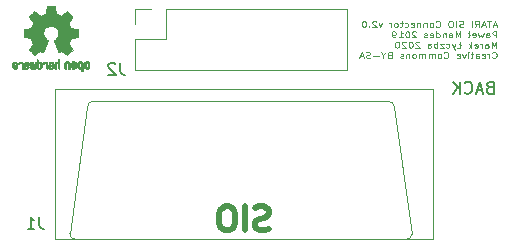
<source format=gbr>
G04 #@! TF.GenerationSoftware,KiCad,Pcbnew,(5.1.4-0-10_14)*
G04 #@! TF.CreationDate,2020-01-20T15:07:35+01:00*
G04 #@! TF.ProjectId,SIOSocket,53494f53-6f63-46b6-9574-2e6b69636164,rev?*
G04 #@! TF.SameCoordinates,Original*
G04 #@! TF.FileFunction,Legend,Bot*
G04 #@! TF.FilePolarity,Positive*
%FSLAX46Y46*%
G04 Gerber Fmt 4.6, Leading zero omitted, Abs format (unit mm)*
G04 Created by KiCad (PCBNEW (5.1.4-0-10_14)) date 2020-01-20 15:07:35*
%MOMM*%
%LPD*%
G04 APERTURE LIST*
%ADD10C,0.125000*%
%ADD11C,0.120000*%
%ADD12C,0.010000*%
%ADD13C,0.150000*%
%ADD14C,0.500000*%
G04 APERTURE END LIST*
D10*
X169454464Y-86570833D02*
X169168750Y-86570833D01*
X169511607Y-86713690D02*
X169311607Y-86213690D01*
X169111607Y-86713690D01*
X168997321Y-86213690D02*
X168654464Y-86213690D01*
X168825892Y-86713690D02*
X168825892Y-86213690D01*
X168483035Y-86570833D02*
X168197321Y-86570833D01*
X168540178Y-86713690D02*
X168340178Y-86213690D01*
X168140178Y-86713690D01*
X167597321Y-86713690D02*
X167797321Y-86475595D01*
X167940178Y-86713690D02*
X167940178Y-86213690D01*
X167711607Y-86213690D01*
X167654464Y-86237500D01*
X167625892Y-86261309D01*
X167597321Y-86308928D01*
X167597321Y-86380357D01*
X167625892Y-86427976D01*
X167654464Y-86451785D01*
X167711607Y-86475595D01*
X167940178Y-86475595D01*
X167340178Y-86713690D02*
X167340178Y-86213690D01*
X166625892Y-86689880D02*
X166540178Y-86713690D01*
X166397321Y-86713690D01*
X166340178Y-86689880D01*
X166311607Y-86666071D01*
X166283035Y-86618452D01*
X166283035Y-86570833D01*
X166311607Y-86523214D01*
X166340178Y-86499404D01*
X166397321Y-86475595D01*
X166511607Y-86451785D01*
X166568750Y-86427976D01*
X166597321Y-86404166D01*
X166625892Y-86356547D01*
X166625892Y-86308928D01*
X166597321Y-86261309D01*
X166568750Y-86237500D01*
X166511607Y-86213690D01*
X166368750Y-86213690D01*
X166283035Y-86237500D01*
X166025892Y-86713690D02*
X166025892Y-86213690D01*
X165625892Y-86213690D02*
X165511607Y-86213690D01*
X165454464Y-86237500D01*
X165397321Y-86285119D01*
X165368750Y-86380357D01*
X165368750Y-86547023D01*
X165397321Y-86642261D01*
X165454464Y-86689880D01*
X165511607Y-86713690D01*
X165625892Y-86713690D01*
X165683035Y-86689880D01*
X165740178Y-86642261D01*
X165768750Y-86547023D01*
X165768750Y-86380357D01*
X165740178Y-86285119D01*
X165683035Y-86237500D01*
X165625892Y-86213690D01*
X164311607Y-86666071D02*
X164340178Y-86689880D01*
X164425892Y-86713690D01*
X164483035Y-86713690D01*
X164568750Y-86689880D01*
X164625892Y-86642261D01*
X164654464Y-86594642D01*
X164683035Y-86499404D01*
X164683035Y-86427976D01*
X164654464Y-86332738D01*
X164625892Y-86285119D01*
X164568750Y-86237500D01*
X164483035Y-86213690D01*
X164425892Y-86213690D01*
X164340178Y-86237500D01*
X164311607Y-86261309D01*
X163968750Y-86713690D02*
X164025892Y-86689880D01*
X164054464Y-86666071D01*
X164083035Y-86618452D01*
X164083035Y-86475595D01*
X164054464Y-86427976D01*
X164025892Y-86404166D01*
X163968750Y-86380357D01*
X163883035Y-86380357D01*
X163825892Y-86404166D01*
X163797321Y-86427976D01*
X163768750Y-86475595D01*
X163768750Y-86618452D01*
X163797321Y-86666071D01*
X163825892Y-86689880D01*
X163883035Y-86713690D01*
X163968750Y-86713690D01*
X163511607Y-86380357D02*
X163511607Y-86713690D01*
X163511607Y-86427976D02*
X163483035Y-86404166D01*
X163425892Y-86380357D01*
X163340178Y-86380357D01*
X163283035Y-86404166D01*
X163254464Y-86451785D01*
X163254464Y-86713690D01*
X162968750Y-86380357D02*
X162968750Y-86713690D01*
X162968750Y-86427976D02*
X162940178Y-86404166D01*
X162883035Y-86380357D01*
X162797321Y-86380357D01*
X162740178Y-86404166D01*
X162711607Y-86451785D01*
X162711607Y-86713690D01*
X162197321Y-86689880D02*
X162254464Y-86713690D01*
X162368750Y-86713690D01*
X162425892Y-86689880D01*
X162454464Y-86642261D01*
X162454464Y-86451785D01*
X162425892Y-86404166D01*
X162368750Y-86380357D01*
X162254464Y-86380357D01*
X162197321Y-86404166D01*
X162168750Y-86451785D01*
X162168750Y-86499404D01*
X162454464Y-86547023D01*
X161654464Y-86689880D02*
X161711607Y-86713690D01*
X161825892Y-86713690D01*
X161883035Y-86689880D01*
X161911607Y-86666071D01*
X161940178Y-86618452D01*
X161940178Y-86475595D01*
X161911607Y-86427976D01*
X161883035Y-86404166D01*
X161825892Y-86380357D01*
X161711607Y-86380357D01*
X161654464Y-86404166D01*
X161483035Y-86380357D02*
X161254464Y-86380357D01*
X161397321Y-86213690D02*
X161397321Y-86642261D01*
X161368750Y-86689880D01*
X161311607Y-86713690D01*
X161254464Y-86713690D01*
X160968750Y-86713690D02*
X161025892Y-86689880D01*
X161054464Y-86666071D01*
X161083035Y-86618452D01*
X161083035Y-86475595D01*
X161054464Y-86427976D01*
X161025892Y-86404166D01*
X160968750Y-86380357D01*
X160883035Y-86380357D01*
X160825892Y-86404166D01*
X160797321Y-86427976D01*
X160768750Y-86475595D01*
X160768750Y-86618452D01*
X160797321Y-86666071D01*
X160825892Y-86689880D01*
X160883035Y-86713690D01*
X160968750Y-86713690D01*
X160511607Y-86713690D02*
X160511607Y-86380357D01*
X160511607Y-86475595D02*
X160483035Y-86427976D01*
X160454464Y-86404166D01*
X160397321Y-86380357D01*
X160340178Y-86380357D01*
X159740178Y-86380357D02*
X159597321Y-86713690D01*
X159454464Y-86380357D01*
X159254464Y-86261309D02*
X159225892Y-86237500D01*
X159168750Y-86213690D01*
X159025892Y-86213690D01*
X158968750Y-86237500D01*
X158940178Y-86261309D01*
X158911607Y-86308928D01*
X158911607Y-86356547D01*
X158940178Y-86427976D01*
X159283035Y-86713690D01*
X158911607Y-86713690D01*
X158654464Y-86666071D02*
X158625892Y-86689880D01*
X158654464Y-86713690D01*
X158683035Y-86689880D01*
X158654464Y-86666071D01*
X158654464Y-86713690D01*
X158254464Y-86213690D02*
X158197321Y-86213690D01*
X158140178Y-86237500D01*
X158111607Y-86261309D01*
X158083035Y-86308928D01*
X158054464Y-86404166D01*
X158054464Y-86523214D01*
X158083035Y-86618452D01*
X158111607Y-86666071D01*
X158140178Y-86689880D01*
X158197321Y-86713690D01*
X158254464Y-86713690D01*
X158311607Y-86689880D01*
X158340178Y-86666071D01*
X158368750Y-86618452D01*
X158397321Y-86523214D01*
X158397321Y-86404166D01*
X158368750Y-86308928D01*
X158340178Y-86261309D01*
X158311607Y-86237500D01*
X158254464Y-86213690D01*
X169425892Y-87588690D02*
X169425892Y-87088690D01*
X169197321Y-87088690D01*
X169140178Y-87112500D01*
X169111607Y-87136309D01*
X169083035Y-87183928D01*
X169083035Y-87255357D01*
X169111607Y-87302976D01*
X169140178Y-87326785D01*
X169197321Y-87350595D01*
X169425892Y-87350595D01*
X168568750Y-87588690D02*
X168568750Y-87326785D01*
X168597321Y-87279166D01*
X168654464Y-87255357D01*
X168768750Y-87255357D01*
X168825892Y-87279166D01*
X168568750Y-87564880D02*
X168625892Y-87588690D01*
X168768750Y-87588690D01*
X168825892Y-87564880D01*
X168854464Y-87517261D01*
X168854464Y-87469642D01*
X168825892Y-87422023D01*
X168768750Y-87398214D01*
X168625892Y-87398214D01*
X168568750Y-87374404D01*
X168340178Y-87255357D02*
X168225892Y-87588690D01*
X168111607Y-87350595D01*
X167997321Y-87588690D01*
X167883035Y-87255357D01*
X167425892Y-87564880D02*
X167483035Y-87588690D01*
X167597321Y-87588690D01*
X167654464Y-87564880D01*
X167683035Y-87517261D01*
X167683035Y-87326785D01*
X167654464Y-87279166D01*
X167597321Y-87255357D01*
X167483035Y-87255357D01*
X167425892Y-87279166D01*
X167397321Y-87326785D01*
X167397321Y-87374404D01*
X167683035Y-87422023D01*
X167054464Y-87588690D02*
X167111607Y-87564880D01*
X167140178Y-87517261D01*
X167140178Y-87088690D01*
X167225892Y-87350595D02*
X167054464Y-87255357D01*
X166368750Y-87588690D02*
X166368750Y-87088690D01*
X166168750Y-87445833D01*
X165968750Y-87088690D01*
X165968750Y-87588690D01*
X165425892Y-87588690D02*
X165425892Y-87326785D01*
X165454464Y-87279166D01*
X165511607Y-87255357D01*
X165625892Y-87255357D01*
X165683035Y-87279166D01*
X165425892Y-87564880D02*
X165483035Y-87588690D01*
X165625892Y-87588690D01*
X165683035Y-87564880D01*
X165711607Y-87517261D01*
X165711607Y-87469642D01*
X165683035Y-87422023D01*
X165625892Y-87398214D01*
X165483035Y-87398214D01*
X165425892Y-87374404D01*
X165140178Y-87255357D02*
X165140178Y-87588690D01*
X165140178Y-87302976D02*
X165111607Y-87279166D01*
X165054464Y-87255357D01*
X164968750Y-87255357D01*
X164911607Y-87279166D01*
X164883035Y-87326785D01*
X164883035Y-87588690D01*
X164340178Y-87588690D02*
X164340178Y-87088690D01*
X164340178Y-87564880D02*
X164397321Y-87588690D01*
X164511607Y-87588690D01*
X164568750Y-87564880D01*
X164597321Y-87541071D01*
X164625892Y-87493452D01*
X164625892Y-87350595D01*
X164597321Y-87302976D01*
X164568750Y-87279166D01*
X164511607Y-87255357D01*
X164397321Y-87255357D01*
X164340178Y-87279166D01*
X163825892Y-87564880D02*
X163883035Y-87588690D01*
X163997321Y-87588690D01*
X164054464Y-87564880D01*
X164083035Y-87517261D01*
X164083035Y-87326785D01*
X164054464Y-87279166D01*
X163997321Y-87255357D01*
X163883035Y-87255357D01*
X163825892Y-87279166D01*
X163797321Y-87326785D01*
X163797321Y-87374404D01*
X164083035Y-87422023D01*
X163568750Y-87564880D02*
X163511607Y-87588690D01*
X163397321Y-87588690D01*
X163340178Y-87564880D01*
X163311607Y-87517261D01*
X163311607Y-87493452D01*
X163340178Y-87445833D01*
X163397321Y-87422023D01*
X163483035Y-87422023D01*
X163540178Y-87398214D01*
X163568750Y-87350595D01*
X163568750Y-87326785D01*
X163540178Y-87279166D01*
X163483035Y-87255357D01*
X163397321Y-87255357D01*
X163340178Y-87279166D01*
X162625892Y-87136309D02*
X162597321Y-87112500D01*
X162540178Y-87088690D01*
X162397321Y-87088690D01*
X162340178Y-87112500D01*
X162311607Y-87136309D01*
X162283035Y-87183928D01*
X162283035Y-87231547D01*
X162311607Y-87302976D01*
X162654464Y-87588690D01*
X162283035Y-87588690D01*
X161911607Y-87088690D02*
X161854464Y-87088690D01*
X161797321Y-87112500D01*
X161768750Y-87136309D01*
X161740178Y-87183928D01*
X161711607Y-87279166D01*
X161711607Y-87398214D01*
X161740178Y-87493452D01*
X161768750Y-87541071D01*
X161797321Y-87564880D01*
X161854464Y-87588690D01*
X161911607Y-87588690D01*
X161968750Y-87564880D01*
X161997321Y-87541071D01*
X162025892Y-87493452D01*
X162054464Y-87398214D01*
X162054464Y-87279166D01*
X162025892Y-87183928D01*
X161997321Y-87136309D01*
X161968750Y-87112500D01*
X161911607Y-87088690D01*
X161140178Y-87588690D02*
X161483035Y-87588690D01*
X161311607Y-87588690D02*
X161311607Y-87088690D01*
X161368750Y-87160119D01*
X161425892Y-87207738D01*
X161483035Y-87231547D01*
X160854464Y-87588690D02*
X160740178Y-87588690D01*
X160683035Y-87564880D01*
X160654464Y-87541071D01*
X160597321Y-87469642D01*
X160568750Y-87374404D01*
X160568750Y-87183928D01*
X160597321Y-87136309D01*
X160625892Y-87112500D01*
X160683035Y-87088690D01*
X160797321Y-87088690D01*
X160854464Y-87112500D01*
X160883035Y-87136309D01*
X160911607Y-87183928D01*
X160911607Y-87302976D01*
X160883035Y-87350595D01*
X160854464Y-87374404D01*
X160797321Y-87398214D01*
X160683035Y-87398214D01*
X160625892Y-87374404D01*
X160597321Y-87350595D01*
X160568750Y-87302976D01*
X169425892Y-88463690D02*
X169425892Y-87963690D01*
X169225892Y-88320833D01*
X169025892Y-87963690D01*
X169025892Y-88463690D01*
X168483035Y-88463690D02*
X168483035Y-88201785D01*
X168511607Y-88154166D01*
X168568750Y-88130357D01*
X168683035Y-88130357D01*
X168740178Y-88154166D01*
X168483035Y-88439880D02*
X168540178Y-88463690D01*
X168683035Y-88463690D01*
X168740178Y-88439880D01*
X168768750Y-88392261D01*
X168768750Y-88344642D01*
X168740178Y-88297023D01*
X168683035Y-88273214D01*
X168540178Y-88273214D01*
X168483035Y-88249404D01*
X168197321Y-88463690D02*
X168197321Y-88130357D01*
X168197321Y-88225595D02*
X168168750Y-88177976D01*
X168140178Y-88154166D01*
X168083035Y-88130357D01*
X168025892Y-88130357D01*
X167597321Y-88439880D02*
X167654464Y-88463690D01*
X167768750Y-88463690D01*
X167825892Y-88439880D01*
X167854464Y-88392261D01*
X167854464Y-88201785D01*
X167825892Y-88154166D01*
X167768750Y-88130357D01*
X167654464Y-88130357D01*
X167597321Y-88154166D01*
X167568750Y-88201785D01*
X167568750Y-88249404D01*
X167854464Y-88297023D01*
X167311607Y-88463690D02*
X167311607Y-87963690D01*
X167254464Y-88273214D02*
X167083035Y-88463690D01*
X167083035Y-88130357D02*
X167311607Y-88320833D01*
X166083035Y-88463690D02*
X166368750Y-88463690D01*
X166368750Y-87963690D01*
X166454464Y-88225595D02*
X166283035Y-88130357D01*
X165940178Y-88130357D02*
X165797321Y-88463690D01*
X165654464Y-88130357D02*
X165797321Y-88463690D01*
X165854464Y-88582738D01*
X165883035Y-88606547D01*
X165940178Y-88630357D01*
X165168750Y-88439880D02*
X165225892Y-88463690D01*
X165340178Y-88463690D01*
X165397321Y-88439880D01*
X165425892Y-88416071D01*
X165454464Y-88368452D01*
X165454464Y-88225595D01*
X165425892Y-88177976D01*
X165397321Y-88154166D01*
X165340178Y-88130357D01*
X165225892Y-88130357D01*
X165168750Y-88154166D01*
X164968750Y-88130357D02*
X164654464Y-88130357D01*
X164968750Y-88463690D01*
X164654464Y-88463690D01*
X164425892Y-88463690D02*
X164425892Y-87963690D01*
X164425892Y-88154166D02*
X164368750Y-88130357D01*
X164254464Y-88130357D01*
X164197321Y-88154166D01*
X164168750Y-88177976D01*
X164140178Y-88225595D01*
X164140178Y-88368452D01*
X164168750Y-88416071D01*
X164197321Y-88439880D01*
X164254464Y-88463690D01*
X164368750Y-88463690D01*
X164425892Y-88439880D01*
X163625892Y-88463690D02*
X163625892Y-88201785D01*
X163654464Y-88154166D01*
X163711607Y-88130357D01*
X163825892Y-88130357D01*
X163883035Y-88154166D01*
X163625892Y-88439880D02*
X163683035Y-88463690D01*
X163825892Y-88463690D01*
X163883035Y-88439880D01*
X163911607Y-88392261D01*
X163911607Y-88344642D01*
X163883035Y-88297023D01*
X163825892Y-88273214D01*
X163683035Y-88273214D01*
X163625892Y-88249404D01*
X162911607Y-88011309D02*
X162883035Y-87987500D01*
X162825892Y-87963690D01*
X162683035Y-87963690D01*
X162625892Y-87987500D01*
X162597321Y-88011309D01*
X162568750Y-88058928D01*
X162568750Y-88106547D01*
X162597321Y-88177976D01*
X162940178Y-88463690D01*
X162568750Y-88463690D01*
X162197321Y-87963690D02*
X162140178Y-87963690D01*
X162083035Y-87987500D01*
X162054464Y-88011309D01*
X162025892Y-88058928D01*
X161997321Y-88154166D01*
X161997321Y-88273214D01*
X162025892Y-88368452D01*
X162054464Y-88416071D01*
X162083035Y-88439880D01*
X162140178Y-88463690D01*
X162197321Y-88463690D01*
X162254464Y-88439880D01*
X162283035Y-88416071D01*
X162311607Y-88368452D01*
X162340178Y-88273214D01*
X162340178Y-88154166D01*
X162311607Y-88058928D01*
X162283035Y-88011309D01*
X162254464Y-87987500D01*
X162197321Y-87963690D01*
X161768750Y-88011309D02*
X161740178Y-87987500D01*
X161683035Y-87963690D01*
X161540178Y-87963690D01*
X161483035Y-87987500D01*
X161454464Y-88011309D01*
X161425892Y-88058928D01*
X161425892Y-88106547D01*
X161454464Y-88177976D01*
X161797321Y-88463690D01*
X161425892Y-88463690D01*
X161054464Y-87963690D02*
X160997321Y-87963690D01*
X160940178Y-87987500D01*
X160911607Y-88011309D01*
X160883035Y-88058928D01*
X160854464Y-88154166D01*
X160854464Y-88273214D01*
X160883035Y-88368452D01*
X160911607Y-88416071D01*
X160940178Y-88439880D01*
X160997321Y-88463690D01*
X161054464Y-88463690D01*
X161111607Y-88439880D01*
X161140178Y-88416071D01*
X161168750Y-88368452D01*
X161197321Y-88273214D01*
X161197321Y-88154166D01*
X161168750Y-88058928D01*
X161140178Y-88011309D01*
X161111607Y-87987500D01*
X161054464Y-87963690D01*
X169083035Y-89291071D02*
X169111607Y-89314880D01*
X169197321Y-89338690D01*
X169254464Y-89338690D01*
X169340178Y-89314880D01*
X169397321Y-89267261D01*
X169425892Y-89219642D01*
X169454464Y-89124404D01*
X169454464Y-89052976D01*
X169425892Y-88957738D01*
X169397321Y-88910119D01*
X169340178Y-88862500D01*
X169254464Y-88838690D01*
X169197321Y-88838690D01*
X169111607Y-88862500D01*
X169083035Y-88886309D01*
X168825892Y-89338690D02*
X168825892Y-89005357D01*
X168825892Y-89100595D02*
X168797321Y-89052976D01*
X168768750Y-89029166D01*
X168711607Y-89005357D01*
X168654464Y-89005357D01*
X168225892Y-89314880D02*
X168283035Y-89338690D01*
X168397321Y-89338690D01*
X168454464Y-89314880D01*
X168483035Y-89267261D01*
X168483035Y-89076785D01*
X168454464Y-89029166D01*
X168397321Y-89005357D01*
X168283035Y-89005357D01*
X168225892Y-89029166D01*
X168197321Y-89076785D01*
X168197321Y-89124404D01*
X168483035Y-89172023D01*
X167683035Y-89338690D02*
X167683035Y-89076785D01*
X167711607Y-89029166D01*
X167768750Y-89005357D01*
X167883035Y-89005357D01*
X167940178Y-89029166D01*
X167683035Y-89314880D02*
X167740178Y-89338690D01*
X167883035Y-89338690D01*
X167940178Y-89314880D01*
X167968750Y-89267261D01*
X167968750Y-89219642D01*
X167940178Y-89172023D01*
X167883035Y-89148214D01*
X167740178Y-89148214D01*
X167683035Y-89124404D01*
X167483035Y-89005357D02*
X167254464Y-89005357D01*
X167397321Y-88838690D02*
X167397321Y-89267261D01*
X167368750Y-89314880D01*
X167311607Y-89338690D01*
X167254464Y-89338690D01*
X167054464Y-89338690D02*
X167054464Y-89005357D01*
X167054464Y-88838690D02*
X167083035Y-88862500D01*
X167054464Y-88886309D01*
X167025892Y-88862500D01*
X167054464Y-88838690D01*
X167054464Y-88886309D01*
X166825892Y-89005357D02*
X166683035Y-89338690D01*
X166540178Y-89005357D01*
X166083035Y-89314880D02*
X166140178Y-89338690D01*
X166254464Y-89338690D01*
X166311607Y-89314880D01*
X166340178Y-89267261D01*
X166340178Y-89076785D01*
X166311607Y-89029166D01*
X166254464Y-89005357D01*
X166140178Y-89005357D01*
X166083035Y-89029166D01*
X166054464Y-89076785D01*
X166054464Y-89124404D01*
X166340178Y-89172023D01*
X164997321Y-89291071D02*
X165025892Y-89314880D01*
X165111607Y-89338690D01*
X165168750Y-89338690D01*
X165254464Y-89314880D01*
X165311607Y-89267261D01*
X165340178Y-89219642D01*
X165368750Y-89124404D01*
X165368750Y-89052976D01*
X165340178Y-88957738D01*
X165311607Y-88910119D01*
X165254464Y-88862500D01*
X165168750Y-88838690D01*
X165111607Y-88838690D01*
X165025892Y-88862500D01*
X164997321Y-88886309D01*
X164654464Y-89338690D02*
X164711607Y-89314880D01*
X164740178Y-89291071D01*
X164768750Y-89243452D01*
X164768750Y-89100595D01*
X164740178Y-89052976D01*
X164711607Y-89029166D01*
X164654464Y-89005357D01*
X164568750Y-89005357D01*
X164511607Y-89029166D01*
X164483035Y-89052976D01*
X164454464Y-89100595D01*
X164454464Y-89243452D01*
X164483035Y-89291071D01*
X164511607Y-89314880D01*
X164568750Y-89338690D01*
X164654464Y-89338690D01*
X164197321Y-89338690D02*
X164197321Y-89005357D01*
X164197321Y-89052976D02*
X164168750Y-89029166D01*
X164111607Y-89005357D01*
X164025892Y-89005357D01*
X163968750Y-89029166D01*
X163940178Y-89076785D01*
X163940178Y-89338690D01*
X163940178Y-89076785D02*
X163911607Y-89029166D01*
X163854464Y-89005357D01*
X163768750Y-89005357D01*
X163711607Y-89029166D01*
X163683035Y-89076785D01*
X163683035Y-89338690D01*
X163397321Y-89338690D02*
X163397321Y-89005357D01*
X163397321Y-89052976D02*
X163368750Y-89029166D01*
X163311607Y-89005357D01*
X163225892Y-89005357D01*
X163168750Y-89029166D01*
X163140178Y-89076785D01*
X163140178Y-89338690D01*
X163140178Y-89076785D02*
X163111607Y-89029166D01*
X163054464Y-89005357D01*
X162968750Y-89005357D01*
X162911607Y-89029166D01*
X162883035Y-89076785D01*
X162883035Y-89338690D01*
X162511607Y-89338690D02*
X162568750Y-89314880D01*
X162597321Y-89291071D01*
X162625892Y-89243452D01*
X162625892Y-89100595D01*
X162597321Y-89052976D01*
X162568750Y-89029166D01*
X162511607Y-89005357D01*
X162425892Y-89005357D01*
X162368750Y-89029166D01*
X162340178Y-89052976D01*
X162311607Y-89100595D01*
X162311607Y-89243452D01*
X162340178Y-89291071D01*
X162368750Y-89314880D01*
X162425892Y-89338690D01*
X162511607Y-89338690D01*
X162054464Y-89005357D02*
X162054464Y-89338690D01*
X162054464Y-89052976D02*
X162025892Y-89029166D01*
X161968750Y-89005357D01*
X161883035Y-89005357D01*
X161825892Y-89029166D01*
X161797321Y-89076785D01*
X161797321Y-89338690D01*
X161540178Y-89314880D02*
X161483035Y-89338690D01*
X161368750Y-89338690D01*
X161311607Y-89314880D01*
X161283035Y-89267261D01*
X161283035Y-89243452D01*
X161311607Y-89195833D01*
X161368750Y-89172023D01*
X161454464Y-89172023D01*
X161511607Y-89148214D01*
X161540178Y-89100595D01*
X161540178Y-89076785D01*
X161511607Y-89029166D01*
X161454464Y-89005357D01*
X161368750Y-89005357D01*
X161311607Y-89029166D01*
X160368750Y-89076785D02*
X160283035Y-89100595D01*
X160254464Y-89124404D01*
X160225892Y-89172023D01*
X160225892Y-89243452D01*
X160254464Y-89291071D01*
X160283035Y-89314880D01*
X160340178Y-89338690D01*
X160568750Y-89338690D01*
X160568750Y-88838690D01*
X160368750Y-88838690D01*
X160311607Y-88862500D01*
X160283035Y-88886309D01*
X160254464Y-88933928D01*
X160254464Y-88981547D01*
X160283035Y-89029166D01*
X160311607Y-89052976D01*
X160368750Y-89076785D01*
X160568750Y-89076785D01*
X159854464Y-89100595D02*
X159854464Y-89338690D01*
X160054464Y-88838690D02*
X159854464Y-89100595D01*
X159654464Y-88838690D01*
X159454464Y-89148214D02*
X158997321Y-89148214D01*
X158740178Y-89314880D02*
X158654464Y-89338690D01*
X158511607Y-89338690D01*
X158454464Y-89314880D01*
X158425892Y-89291071D01*
X158397321Y-89243452D01*
X158397321Y-89195833D01*
X158425892Y-89148214D01*
X158454464Y-89124404D01*
X158511607Y-89100595D01*
X158625892Y-89076785D01*
X158683035Y-89052976D01*
X158711607Y-89029166D01*
X158740178Y-88981547D01*
X158740178Y-88933928D01*
X158711607Y-88886309D01*
X158683035Y-88862500D01*
X158625892Y-88838690D01*
X158483035Y-88838690D01*
X158397321Y-88862500D01*
X158168750Y-89195833D02*
X157883035Y-89195833D01*
X158225892Y-89338690D02*
X158025892Y-88838690D01*
X157825892Y-89338690D01*
D11*
X132050000Y-92000000D02*
X164050000Y-92000000D01*
X164050000Y-92000000D02*
X164050000Y-104700000D01*
X164050000Y-104700000D02*
X132050000Y-104700000D01*
X132050000Y-104700000D02*
X132050000Y-92000000D01*
X160800000Y-93500000D02*
G75*
G03X160300000Y-93000000I-500000J0D01*
G01*
X160800000Y-93500000D02*
X162300000Y-104200000D01*
X133300000Y-104200000D02*
G75*
G03X133800000Y-104700000I500000J0D01*
G01*
X161800000Y-104700000D02*
G75*
G03X162300000Y-104200000I0J500000D01*
G01*
X161800000Y-104700000D02*
X133800000Y-104700000D01*
X147800000Y-93000000D02*
X160300000Y-93000000D01*
X147800000Y-93000000D02*
X135300000Y-93000000D01*
X135300000Y-93000000D02*
G75*
G03X134800000Y-93500000I0J-500000D01*
G01*
X133300000Y-104200000D02*
X134800000Y-93500000D01*
X156770000Y-85170000D02*
X156770000Y-90370000D01*
X141470000Y-85170000D02*
X156770000Y-85170000D01*
X138870000Y-90370000D02*
X156770000Y-90370000D01*
X141470000Y-85170000D02*
X141470000Y-87770000D01*
X141470000Y-87770000D02*
X138870000Y-87770000D01*
X138870000Y-87770000D02*
X138870000Y-90370000D01*
X140200000Y-85170000D02*
X138870000Y-85170000D01*
X138870000Y-85170000D02*
X138870000Y-86500000D01*
D12*
G36*
X131596090Y-84942348D02*
G01*
X131517546Y-84942778D01*
X131460702Y-84943942D01*
X131421895Y-84946207D01*
X131397462Y-84949940D01*
X131383738Y-84955506D01*
X131377060Y-84963273D01*
X131373764Y-84973605D01*
X131373444Y-84974943D01*
X131368438Y-84999079D01*
X131359171Y-85046701D01*
X131346608Y-85112741D01*
X131331713Y-85192128D01*
X131315449Y-85279796D01*
X131314881Y-85282875D01*
X131298590Y-85368789D01*
X131283348Y-85444696D01*
X131270139Y-85506045D01*
X131259946Y-85548282D01*
X131253752Y-85566855D01*
X131253457Y-85567184D01*
X131235212Y-85576253D01*
X131197595Y-85591367D01*
X131148729Y-85609262D01*
X131148457Y-85609358D01*
X131086907Y-85632493D01*
X131014343Y-85661965D01*
X130945943Y-85691597D01*
X130942706Y-85693062D01*
X130831298Y-85743626D01*
X130584601Y-85575160D01*
X130508923Y-85523803D01*
X130440369Y-85477889D01*
X130382912Y-85440030D01*
X130340524Y-85412837D01*
X130317175Y-85398921D01*
X130314958Y-85397889D01*
X130297990Y-85402484D01*
X130266299Y-85424655D01*
X130218648Y-85465447D01*
X130153802Y-85525905D01*
X130087603Y-85590227D01*
X130023786Y-85653612D01*
X129966671Y-85711451D01*
X129919695Y-85760175D01*
X129886297Y-85796210D01*
X129869915Y-85815984D01*
X129869306Y-85817002D01*
X129867495Y-85830572D01*
X129874317Y-85852733D01*
X129891460Y-85886478D01*
X129920607Y-85934800D01*
X129963445Y-86000692D01*
X130020552Y-86085517D01*
X130071234Y-86160177D01*
X130116539Y-86227140D01*
X130153850Y-86282516D01*
X130180548Y-86322420D01*
X130194015Y-86342962D01*
X130194863Y-86344356D01*
X130193219Y-86364038D01*
X130180755Y-86402293D01*
X130159952Y-86451889D01*
X130152538Y-86467728D01*
X130120186Y-86538290D01*
X130085672Y-86618353D01*
X130057635Y-86687629D01*
X130037432Y-86739045D01*
X130021385Y-86778119D01*
X130012112Y-86798541D01*
X130010959Y-86800114D01*
X129993904Y-86802721D01*
X129953702Y-86809863D01*
X129895698Y-86820523D01*
X129825237Y-86833685D01*
X129747665Y-86848333D01*
X129668328Y-86863449D01*
X129592569Y-86878018D01*
X129525736Y-86891022D01*
X129473172Y-86901445D01*
X129440224Y-86908270D01*
X129432143Y-86910199D01*
X129423795Y-86914962D01*
X129417494Y-86925718D01*
X129412955Y-86946098D01*
X129409896Y-86979734D01*
X129408033Y-87030255D01*
X129407082Y-87101292D01*
X129406760Y-87196476D01*
X129406743Y-87235492D01*
X129406743Y-87552799D01*
X129482943Y-87567839D01*
X129525337Y-87575995D01*
X129588600Y-87587899D01*
X129665038Y-87602116D01*
X129746957Y-87617210D01*
X129769600Y-87621355D01*
X129845194Y-87636053D01*
X129911047Y-87650505D01*
X129961634Y-87663375D01*
X129991426Y-87673322D01*
X129996388Y-87676287D01*
X130008574Y-87697283D01*
X130026047Y-87737967D01*
X130045423Y-87790322D01*
X130049266Y-87801600D01*
X130074661Y-87871523D01*
X130106183Y-87950418D01*
X130137031Y-88021266D01*
X130137183Y-88021595D01*
X130188553Y-88132733D01*
X130019601Y-88381253D01*
X129850648Y-88629772D01*
X130067571Y-88847058D01*
X130133181Y-88911726D01*
X130193021Y-88968733D01*
X130243733Y-89015033D01*
X130281954Y-89047584D01*
X130304325Y-89063343D01*
X130307534Y-89064343D01*
X130326374Y-89056469D01*
X130364820Y-89034578D01*
X130418670Y-89001267D01*
X130483724Y-88959131D01*
X130554060Y-88911943D01*
X130625445Y-88863810D01*
X130689092Y-88821928D01*
X130740959Y-88788871D01*
X130777005Y-88767218D01*
X130793133Y-88759543D01*
X130812811Y-88766037D01*
X130850125Y-88783150D01*
X130897379Y-88807326D01*
X130902388Y-88810013D01*
X130966023Y-88841927D01*
X131009659Y-88857579D01*
X131036798Y-88857745D01*
X131050943Y-88843204D01*
X131051025Y-88843000D01*
X131058095Y-88825779D01*
X131074958Y-88784899D01*
X131100305Y-88723525D01*
X131132829Y-88644819D01*
X131171222Y-88551947D01*
X131214178Y-88448072D01*
X131255778Y-88347502D01*
X131301496Y-88236516D01*
X131343474Y-88133703D01*
X131380452Y-88042215D01*
X131411173Y-87965201D01*
X131434378Y-87905815D01*
X131448810Y-87867209D01*
X131453257Y-87852800D01*
X131442104Y-87836272D01*
X131412931Y-87809930D01*
X131374029Y-87780887D01*
X131263243Y-87689039D01*
X131176649Y-87583759D01*
X131115284Y-87467266D01*
X131080185Y-87341776D01*
X131072392Y-87209507D01*
X131078057Y-87148457D01*
X131108922Y-87021795D01*
X131162080Y-86909941D01*
X131234233Y-86814001D01*
X131322083Y-86735076D01*
X131422335Y-86674270D01*
X131531690Y-86632687D01*
X131646853Y-86611428D01*
X131764525Y-86611599D01*
X131881410Y-86634301D01*
X131994211Y-86680638D01*
X132099631Y-86751713D01*
X132143632Y-86791911D01*
X132228021Y-86895129D01*
X132286778Y-87007925D01*
X132320296Y-87127010D01*
X132328965Y-87249095D01*
X132313177Y-87370893D01*
X132273322Y-87489116D01*
X132209793Y-87600475D01*
X132122979Y-87701684D01*
X132025971Y-87780887D01*
X131985563Y-87811162D01*
X131957018Y-87837219D01*
X131946743Y-87852825D01*
X131952123Y-87869843D01*
X131967425Y-87910500D01*
X131991388Y-87971642D01*
X132022756Y-88050119D01*
X132060268Y-88142780D01*
X132102667Y-88246472D01*
X132144337Y-88347526D01*
X132190310Y-88458607D01*
X132232893Y-88561541D01*
X132270779Y-88653165D01*
X132302660Y-88730316D01*
X132327229Y-88789831D01*
X132343180Y-88828544D01*
X132349090Y-88843000D01*
X132363052Y-88857685D01*
X132390060Y-88857642D01*
X132433587Y-88842099D01*
X132497110Y-88810284D01*
X132497612Y-88810013D01*
X132545440Y-88785323D01*
X132584103Y-88767338D01*
X132605905Y-88759614D01*
X132606867Y-88759543D01*
X132623279Y-88767378D01*
X132659513Y-88789165D01*
X132711526Y-88822328D01*
X132775275Y-88864291D01*
X132845940Y-88911943D01*
X132917884Y-88960191D01*
X132982726Y-89002151D01*
X133036265Y-89035227D01*
X133074303Y-89056821D01*
X133092467Y-89064343D01*
X133109192Y-89054457D01*
X133142820Y-89026826D01*
X133189990Y-88984495D01*
X133247342Y-88930505D01*
X133311516Y-88867899D01*
X133332503Y-88846983D01*
X133549501Y-88629623D01*
X133384332Y-88387220D01*
X133334136Y-88312781D01*
X133290081Y-88245972D01*
X133254638Y-88190665D01*
X133230281Y-88150729D01*
X133219478Y-88130036D01*
X133219162Y-88128563D01*
X133224857Y-88109058D01*
X133240174Y-88069822D01*
X133262463Y-88017430D01*
X133278107Y-87982355D01*
X133307359Y-87915201D01*
X133334906Y-87847358D01*
X133356263Y-87790034D01*
X133362065Y-87772572D01*
X133378548Y-87725938D01*
X133394660Y-87689905D01*
X133403510Y-87676287D01*
X133423040Y-87667952D01*
X133465666Y-87656137D01*
X133525855Y-87642181D01*
X133598078Y-87627422D01*
X133630400Y-87621355D01*
X133712478Y-87606273D01*
X133791205Y-87591669D01*
X133858891Y-87578980D01*
X133907840Y-87569642D01*
X133917057Y-87567839D01*
X133993257Y-87552799D01*
X133993257Y-87235492D01*
X133993086Y-87131154D01*
X133992384Y-87052213D01*
X133990866Y-86995038D01*
X133988251Y-86955999D01*
X133984254Y-86931465D01*
X133978591Y-86917805D01*
X133970980Y-86911389D01*
X133967857Y-86910199D01*
X133949022Y-86905980D01*
X133907412Y-86897562D01*
X133848370Y-86885961D01*
X133777243Y-86872195D01*
X133699375Y-86857280D01*
X133620113Y-86842232D01*
X133544802Y-86828069D01*
X133478787Y-86815806D01*
X133427413Y-86806461D01*
X133396025Y-86801050D01*
X133389041Y-86800114D01*
X133382715Y-86787596D01*
X133368710Y-86754246D01*
X133349645Y-86706377D01*
X133342366Y-86687629D01*
X133313004Y-86615195D01*
X133278429Y-86535170D01*
X133247463Y-86467728D01*
X133224677Y-86416159D01*
X133209518Y-86373785D01*
X133204458Y-86347834D01*
X133205264Y-86344356D01*
X133215959Y-86327936D01*
X133240380Y-86291417D01*
X133275905Y-86238687D01*
X133319913Y-86173635D01*
X133369783Y-86100151D01*
X133379644Y-86085645D01*
X133437508Y-85999704D01*
X133480044Y-85934261D01*
X133508946Y-85886304D01*
X133525910Y-85852820D01*
X133532633Y-85830795D01*
X133530810Y-85817217D01*
X133530764Y-85817131D01*
X133516414Y-85799297D01*
X133484677Y-85764817D01*
X133438990Y-85717268D01*
X133382796Y-85660222D01*
X133319532Y-85597255D01*
X133312398Y-85590227D01*
X133232670Y-85513020D01*
X133171143Y-85456330D01*
X133126579Y-85419110D01*
X133097743Y-85400315D01*
X133085042Y-85397889D01*
X133066506Y-85408471D01*
X133028039Y-85432916D01*
X132973614Y-85468612D01*
X132907202Y-85512947D01*
X132832775Y-85563311D01*
X132815399Y-85575160D01*
X132568703Y-85743626D01*
X132457294Y-85693062D01*
X132389543Y-85663595D01*
X132316817Y-85633959D01*
X132254297Y-85610330D01*
X132251543Y-85609358D01*
X132202640Y-85591457D01*
X132164943Y-85576320D01*
X132146575Y-85567210D01*
X132146544Y-85567184D01*
X132140715Y-85550717D01*
X132130808Y-85510219D01*
X132117805Y-85450242D01*
X132102691Y-85375340D01*
X132086448Y-85290064D01*
X132085119Y-85282875D01*
X132068825Y-85195014D01*
X132053867Y-85115260D01*
X132041209Y-85048681D01*
X132031814Y-85000347D01*
X132026646Y-84975325D01*
X132026556Y-84974943D01*
X132023411Y-84964299D01*
X132017296Y-84956262D01*
X132004547Y-84950467D01*
X131981500Y-84946547D01*
X131944491Y-84944135D01*
X131889856Y-84942865D01*
X131813933Y-84942371D01*
X131713056Y-84942286D01*
X131700000Y-84942286D01*
X131596090Y-84942348D01*
X131596090Y-84942348D01*
G37*
X131596090Y-84942348D02*
X131517546Y-84942778D01*
X131460702Y-84943942D01*
X131421895Y-84946207D01*
X131397462Y-84949940D01*
X131383738Y-84955506D01*
X131377060Y-84963273D01*
X131373764Y-84973605D01*
X131373444Y-84974943D01*
X131368438Y-84999079D01*
X131359171Y-85046701D01*
X131346608Y-85112741D01*
X131331713Y-85192128D01*
X131315449Y-85279796D01*
X131314881Y-85282875D01*
X131298590Y-85368789D01*
X131283348Y-85444696D01*
X131270139Y-85506045D01*
X131259946Y-85548282D01*
X131253752Y-85566855D01*
X131253457Y-85567184D01*
X131235212Y-85576253D01*
X131197595Y-85591367D01*
X131148729Y-85609262D01*
X131148457Y-85609358D01*
X131086907Y-85632493D01*
X131014343Y-85661965D01*
X130945943Y-85691597D01*
X130942706Y-85693062D01*
X130831298Y-85743626D01*
X130584601Y-85575160D01*
X130508923Y-85523803D01*
X130440369Y-85477889D01*
X130382912Y-85440030D01*
X130340524Y-85412837D01*
X130317175Y-85398921D01*
X130314958Y-85397889D01*
X130297990Y-85402484D01*
X130266299Y-85424655D01*
X130218648Y-85465447D01*
X130153802Y-85525905D01*
X130087603Y-85590227D01*
X130023786Y-85653612D01*
X129966671Y-85711451D01*
X129919695Y-85760175D01*
X129886297Y-85796210D01*
X129869915Y-85815984D01*
X129869306Y-85817002D01*
X129867495Y-85830572D01*
X129874317Y-85852733D01*
X129891460Y-85886478D01*
X129920607Y-85934800D01*
X129963445Y-86000692D01*
X130020552Y-86085517D01*
X130071234Y-86160177D01*
X130116539Y-86227140D01*
X130153850Y-86282516D01*
X130180548Y-86322420D01*
X130194015Y-86342962D01*
X130194863Y-86344356D01*
X130193219Y-86364038D01*
X130180755Y-86402293D01*
X130159952Y-86451889D01*
X130152538Y-86467728D01*
X130120186Y-86538290D01*
X130085672Y-86618353D01*
X130057635Y-86687629D01*
X130037432Y-86739045D01*
X130021385Y-86778119D01*
X130012112Y-86798541D01*
X130010959Y-86800114D01*
X129993904Y-86802721D01*
X129953702Y-86809863D01*
X129895698Y-86820523D01*
X129825237Y-86833685D01*
X129747665Y-86848333D01*
X129668328Y-86863449D01*
X129592569Y-86878018D01*
X129525736Y-86891022D01*
X129473172Y-86901445D01*
X129440224Y-86908270D01*
X129432143Y-86910199D01*
X129423795Y-86914962D01*
X129417494Y-86925718D01*
X129412955Y-86946098D01*
X129409896Y-86979734D01*
X129408033Y-87030255D01*
X129407082Y-87101292D01*
X129406760Y-87196476D01*
X129406743Y-87235492D01*
X129406743Y-87552799D01*
X129482943Y-87567839D01*
X129525337Y-87575995D01*
X129588600Y-87587899D01*
X129665038Y-87602116D01*
X129746957Y-87617210D01*
X129769600Y-87621355D01*
X129845194Y-87636053D01*
X129911047Y-87650505D01*
X129961634Y-87663375D01*
X129991426Y-87673322D01*
X129996388Y-87676287D01*
X130008574Y-87697283D01*
X130026047Y-87737967D01*
X130045423Y-87790322D01*
X130049266Y-87801600D01*
X130074661Y-87871523D01*
X130106183Y-87950418D01*
X130137031Y-88021266D01*
X130137183Y-88021595D01*
X130188553Y-88132733D01*
X130019601Y-88381253D01*
X129850648Y-88629772D01*
X130067571Y-88847058D01*
X130133181Y-88911726D01*
X130193021Y-88968733D01*
X130243733Y-89015033D01*
X130281954Y-89047584D01*
X130304325Y-89063343D01*
X130307534Y-89064343D01*
X130326374Y-89056469D01*
X130364820Y-89034578D01*
X130418670Y-89001267D01*
X130483724Y-88959131D01*
X130554060Y-88911943D01*
X130625445Y-88863810D01*
X130689092Y-88821928D01*
X130740959Y-88788871D01*
X130777005Y-88767218D01*
X130793133Y-88759543D01*
X130812811Y-88766037D01*
X130850125Y-88783150D01*
X130897379Y-88807326D01*
X130902388Y-88810013D01*
X130966023Y-88841927D01*
X131009659Y-88857579D01*
X131036798Y-88857745D01*
X131050943Y-88843204D01*
X131051025Y-88843000D01*
X131058095Y-88825779D01*
X131074958Y-88784899D01*
X131100305Y-88723525D01*
X131132829Y-88644819D01*
X131171222Y-88551947D01*
X131214178Y-88448072D01*
X131255778Y-88347502D01*
X131301496Y-88236516D01*
X131343474Y-88133703D01*
X131380452Y-88042215D01*
X131411173Y-87965201D01*
X131434378Y-87905815D01*
X131448810Y-87867209D01*
X131453257Y-87852800D01*
X131442104Y-87836272D01*
X131412931Y-87809930D01*
X131374029Y-87780887D01*
X131263243Y-87689039D01*
X131176649Y-87583759D01*
X131115284Y-87467266D01*
X131080185Y-87341776D01*
X131072392Y-87209507D01*
X131078057Y-87148457D01*
X131108922Y-87021795D01*
X131162080Y-86909941D01*
X131234233Y-86814001D01*
X131322083Y-86735076D01*
X131422335Y-86674270D01*
X131531690Y-86632687D01*
X131646853Y-86611428D01*
X131764525Y-86611599D01*
X131881410Y-86634301D01*
X131994211Y-86680638D01*
X132099631Y-86751713D01*
X132143632Y-86791911D01*
X132228021Y-86895129D01*
X132286778Y-87007925D01*
X132320296Y-87127010D01*
X132328965Y-87249095D01*
X132313177Y-87370893D01*
X132273322Y-87489116D01*
X132209793Y-87600475D01*
X132122979Y-87701684D01*
X132025971Y-87780887D01*
X131985563Y-87811162D01*
X131957018Y-87837219D01*
X131946743Y-87852825D01*
X131952123Y-87869843D01*
X131967425Y-87910500D01*
X131991388Y-87971642D01*
X132022756Y-88050119D01*
X132060268Y-88142780D01*
X132102667Y-88246472D01*
X132144337Y-88347526D01*
X132190310Y-88458607D01*
X132232893Y-88561541D01*
X132270779Y-88653165D01*
X132302660Y-88730316D01*
X132327229Y-88789831D01*
X132343180Y-88828544D01*
X132349090Y-88843000D01*
X132363052Y-88857685D01*
X132390060Y-88857642D01*
X132433587Y-88842099D01*
X132497110Y-88810284D01*
X132497612Y-88810013D01*
X132545440Y-88785323D01*
X132584103Y-88767338D01*
X132605905Y-88759614D01*
X132606867Y-88759543D01*
X132623279Y-88767378D01*
X132659513Y-88789165D01*
X132711526Y-88822328D01*
X132775275Y-88864291D01*
X132845940Y-88911943D01*
X132917884Y-88960191D01*
X132982726Y-89002151D01*
X133036265Y-89035227D01*
X133074303Y-89056821D01*
X133092467Y-89064343D01*
X133109192Y-89054457D01*
X133142820Y-89026826D01*
X133189990Y-88984495D01*
X133247342Y-88930505D01*
X133311516Y-88867899D01*
X133332503Y-88846983D01*
X133549501Y-88629623D01*
X133384332Y-88387220D01*
X133334136Y-88312781D01*
X133290081Y-88245972D01*
X133254638Y-88190665D01*
X133230281Y-88150729D01*
X133219478Y-88130036D01*
X133219162Y-88128563D01*
X133224857Y-88109058D01*
X133240174Y-88069822D01*
X133262463Y-88017430D01*
X133278107Y-87982355D01*
X133307359Y-87915201D01*
X133334906Y-87847358D01*
X133356263Y-87790034D01*
X133362065Y-87772572D01*
X133378548Y-87725938D01*
X133394660Y-87689905D01*
X133403510Y-87676287D01*
X133423040Y-87667952D01*
X133465666Y-87656137D01*
X133525855Y-87642181D01*
X133598078Y-87627422D01*
X133630400Y-87621355D01*
X133712478Y-87606273D01*
X133791205Y-87591669D01*
X133858891Y-87578980D01*
X133907840Y-87569642D01*
X133917057Y-87567839D01*
X133993257Y-87552799D01*
X133993257Y-87235492D01*
X133993086Y-87131154D01*
X133992384Y-87052213D01*
X133990866Y-86995038D01*
X133988251Y-86955999D01*
X133984254Y-86931465D01*
X133978591Y-86917805D01*
X133970980Y-86911389D01*
X133967857Y-86910199D01*
X133949022Y-86905980D01*
X133907412Y-86897562D01*
X133848370Y-86885961D01*
X133777243Y-86872195D01*
X133699375Y-86857280D01*
X133620113Y-86842232D01*
X133544802Y-86828069D01*
X133478787Y-86815806D01*
X133427413Y-86806461D01*
X133396025Y-86801050D01*
X133389041Y-86800114D01*
X133382715Y-86787596D01*
X133368710Y-86754246D01*
X133349645Y-86706377D01*
X133342366Y-86687629D01*
X133313004Y-86615195D01*
X133278429Y-86535170D01*
X133247463Y-86467728D01*
X133224677Y-86416159D01*
X133209518Y-86373785D01*
X133204458Y-86347834D01*
X133205264Y-86344356D01*
X133215959Y-86327936D01*
X133240380Y-86291417D01*
X133275905Y-86238687D01*
X133319913Y-86173635D01*
X133369783Y-86100151D01*
X133379644Y-86085645D01*
X133437508Y-85999704D01*
X133480044Y-85934261D01*
X133508946Y-85886304D01*
X133525910Y-85852820D01*
X133532633Y-85830795D01*
X133530810Y-85817217D01*
X133530764Y-85817131D01*
X133516414Y-85799297D01*
X133484677Y-85764817D01*
X133438990Y-85717268D01*
X133382796Y-85660222D01*
X133319532Y-85597255D01*
X133312398Y-85590227D01*
X133232670Y-85513020D01*
X133171143Y-85456330D01*
X133126579Y-85419110D01*
X133097743Y-85400315D01*
X133085042Y-85397889D01*
X133066506Y-85408471D01*
X133028039Y-85432916D01*
X132973614Y-85468612D01*
X132907202Y-85512947D01*
X132832775Y-85563311D01*
X132815399Y-85575160D01*
X132568703Y-85743626D01*
X132457294Y-85693062D01*
X132389543Y-85663595D01*
X132316817Y-85633959D01*
X132254297Y-85610330D01*
X132251543Y-85609358D01*
X132202640Y-85591457D01*
X132164943Y-85576320D01*
X132146575Y-85567210D01*
X132146544Y-85567184D01*
X132140715Y-85550717D01*
X132130808Y-85510219D01*
X132117805Y-85450242D01*
X132102691Y-85375340D01*
X132086448Y-85290064D01*
X132085119Y-85282875D01*
X132068825Y-85195014D01*
X132053867Y-85115260D01*
X132041209Y-85048681D01*
X132031814Y-85000347D01*
X132026646Y-84975325D01*
X132026556Y-84974943D01*
X132023411Y-84964299D01*
X132017296Y-84956262D01*
X132004547Y-84950467D01*
X131981500Y-84946547D01*
X131944491Y-84944135D01*
X131889856Y-84942865D01*
X131813933Y-84942371D01*
X131713056Y-84942286D01*
X131700000Y-84942286D01*
X131596090Y-84942348D01*
G36*
X128546405Y-89666966D02*
G01*
X128488979Y-89704497D01*
X128461281Y-89738096D01*
X128439338Y-89799064D01*
X128437595Y-89847308D01*
X128441543Y-89911816D01*
X128590314Y-89976934D01*
X128662651Y-90010202D01*
X128709916Y-90036964D01*
X128734493Y-90060144D01*
X128738763Y-90082667D01*
X128725111Y-90107455D01*
X128710057Y-90123886D01*
X128666254Y-90150235D01*
X128618611Y-90152081D01*
X128574855Y-90131546D01*
X128542711Y-90090752D01*
X128536962Y-90076347D01*
X128509424Y-90031356D01*
X128477742Y-90012182D01*
X128434286Y-89995779D01*
X128434286Y-90057966D01*
X128438128Y-90100283D01*
X128453177Y-90135969D01*
X128484720Y-90176943D01*
X128489408Y-90182267D01*
X128524494Y-90218720D01*
X128554653Y-90238283D01*
X128592385Y-90247283D01*
X128623665Y-90250230D01*
X128679615Y-90250965D01*
X128719445Y-90241660D01*
X128744292Y-90227846D01*
X128783344Y-90197467D01*
X128810375Y-90164613D01*
X128827483Y-90123294D01*
X128836762Y-90067521D01*
X128840307Y-89991305D01*
X128840590Y-89952622D01*
X128839628Y-89906247D01*
X128751993Y-89906247D01*
X128750977Y-89931126D01*
X128748444Y-89935200D01*
X128731726Y-89929665D01*
X128695751Y-89915017D01*
X128647669Y-89894190D01*
X128637614Y-89889714D01*
X128576848Y-89858814D01*
X128543368Y-89831657D01*
X128536010Y-89806220D01*
X128553609Y-89780481D01*
X128568144Y-89769109D01*
X128620590Y-89746364D01*
X128669678Y-89750122D01*
X128710773Y-89777884D01*
X128739242Y-89827152D01*
X128748369Y-89866257D01*
X128751993Y-89906247D01*
X128839628Y-89906247D01*
X128838715Y-89862249D01*
X128831804Y-89795384D01*
X128818116Y-89746695D01*
X128795904Y-89710849D01*
X128763426Y-89682513D01*
X128749267Y-89673355D01*
X128684947Y-89649507D01*
X128614527Y-89648006D01*
X128546405Y-89666966D01*
X128546405Y-89666966D01*
G37*
X128546405Y-89666966D02*
X128488979Y-89704497D01*
X128461281Y-89738096D01*
X128439338Y-89799064D01*
X128437595Y-89847308D01*
X128441543Y-89911816D01*
X128590314Y-89976934D01*
X128662651Y-90010202D01*
X128709916Y-90036964D01*
X128734493Y-90060144D01*
X128738763Y-90082667D01*
X128725111Y-90107455D01*
X128710057Y-90123886D01*
X128666254Y-90150235D01*
X128618611Y-90152081D01*
X128574855Y-90131546D01*
X128542711Y-90090752D01*
X128536962Y-90076347D01*
X128509424Y-90031356D01*
X128477742Y-90012182D01*
X128434286Y-89995779D01*
X128434286Y-90057966D01*
X128438128Y-90100283D01*
X128453177Y-90135969D01*
X128484720Y-90176943D01*
X128489408Y-90182267D01*
X128524494Y-90218720D01*
X128554653Y-90238283D01*
X128592385Y-90247283D01*
X128623665Y-90250230D01*
X128679615Y-90250965D01*
X128719445Y-90241660D01*
X128744292Y-90227846D01*
X128783344Y-90197467D01*
X128810375Y-90164613D01*
X128827483Y-90123294D01*
X128836762Y-90067521D01*
X128840307Y-89991305D01*
X128840590Y-89952622D01*
X128839628Y-89906247D01*
X128751993Y-89906247D01*
X128750977Y-89931126D01*
X128748444Y-89935200D01*
X128731726Y-89929665D01*
X128695751Y-89915017D01*
X128647669Y-89894190D01*
X128637614Y-89889714D01*
X128576848Y-89858814D01*
X128543368Y-89831657D01*
X128536010Y-89806220D01*
X128553609Y-89780481D01*
X128568144Y-89769109D01*
X128620590Y-89746364D01*
X128669678Y-89750122D01*
X128710773Y-89777884D01*
X128739242Y-89827152D01*
X128748369Y-89866257D01*
X128751993Y-89906247D01*
X128839628Y-89906247D01*
X128838715Y-89862249D01*
X128831804Y-89795384D01*
X128818116Y-89746695D01*
X128795904Y-89710849D01*
X128763426Y-89682513D01*
X128749267Y-89673355D01*
X128684947Y-89649507D01*
X128614527Y-89648006D01*
X128546405Y-89666966D01*
G36*
X129047400Y-89658752D02*
G01*
X129030052Y-89666334D01*
X128988644Y-89699128D01*
X128953235Y-89746547D01*
X128931336Y-89797151D01*
X128927771Y-89822098D01*
X128939721Y-89856927D01*
X128965933Y-89875357D01*
X128994036Y-89886516D01*
X129006905Y-89888572D01*
X129013171Y-89873649D01*
X129025544Y-89841175D01*
X129030972Y-89826502D01*
X129061410Y-89775744D01*
X129105480Y-89750427D01*
X129161990Y-89751206D01*
X129166175Y-89752203D01*
X129196345Y-89766507D01*
X129218524Y-89794393D01*
X129233673Y-89839287D01*
X129242750Y-89904615D01*
X129246714Y-89993804D01*
X129247086Y-90041261D01*
X129247270Y-90116071D01*
X129248478Y-90167069D01*
X129251691Y-90199471D01*
X129257891Y-90218495D01*
X129268060Y-90229356D01*
X129283181Y-90237272D01*
X129284054Y-90237670D01*
X129313172Y-90249981D01*
X129327597Y-90254514D01*
X129329814Y-90240809D01*
X129331711Y-90202925D01*
X129333153Y-90145715D01*
X129334002Y-90074027D01*
X129334171Y-90021565D01*
X129333308Y-89920047D01*
X129329930Y-89843032D01*
X129322858Y-89786023D01*
X129310912Y-89744526D01*
X129292910Y-89714043D01*
X129267673Y-89690080D01*
X129242753Y-89673355D01*
X129182829Y-89651097D01*
X129113089Y-89646076D01*
X129047400Y-89658752D01*
X129047400Y-89658752D01*
G37*
X129047400Y-89658752D02*
X129030052Y-89666334D01*
X128988644Y-89699128D01*
X128953235Y-89746547D01*
X128931336Y-89797151D01*
X128927771Y-89822098D01*
X128939721Y-89856927D01*
X128965933Y-89875357D01*
X128994036Y-89886516D01*
X129006905Y-89888572D01*
X129013171Y-89873649D01*
X129025544Y-89841175D01*
X129030972Y-89826502D01*
X129061410Y-89775744D01*
X129105480Y-89750427D01*
X129161990Y-89751206D01*
X129166175Y-89752203D01*
X129196345Y-89766507D01*
X129218524Y-89794393D01*
X129233673Y-89839287D01*
X129242750Y-89904615D01*
X129246714Y-89993804D01*
X129247086Y-90041261D01*
X129247270Y-90116071D01*
X129248478Y-90167069D01*
X129251691Y-90199471D01*
X129257891Y-90218495D01*
X129268060Y-90229356D01*
X129283181Y-90237272D01*
X129284054Y-90237670D01*
X129313172Y-90249981D01*
X129327597Y-90254514D01*
X129329814Y-90240809D01*
X129331711Y-90202925D01*
X129333153Y-90145715D01*
X129334002Y-90074027D01*
X129334171Y-90021565D01*
X129333308Y-89920047D01*
X129329930Y-89843032D01*
X129322858Y-89786023D01*
X129310912Y-89744526D01*
X129292910Y-89714043D01*
X129267673Y-89690080D01*
X129242753Y-89673355D01*
X129182829Y-89651097D01*
X129113089Y-89646076D01*
X129047400Y-89658752D01*
G36*
X129555124Y-89656335D02*
G01*
X129513333Y-89675344D01*
X129480531Y-89698378D01*
X129456497Y-89724133D01*
X129439903Y-89757358D01*
X129429423Y-89802800D01*
X129423729Y-89865207D01*
X129421493Y-89949327D01*
X129421257Y-90004721D01*
X129421257Y-90220826D01*
X129458226Y-90237670D01*
X129487344Y-90249981D01*
X129501769Y-90254514D01*
X129504528Y-90241025D01*
X129506718Y-90204653D01*
X129508058Y-90151542D01*
X129508343Y-90109372D01*
X129509566Y-90048447D01*
X129512864Y-90000115D01*
X129517679Y-89970518D01*
X129521504Y-89964229D01*
X129547217Y-89970652D01*
X129587582Y-89987125D01*
X129634321Y-90009458D01*
X129679155Y-90033457D01*
X129713807Y-90054930D01*
X129729998Y-90069685D01*
X129730062Y-90069845D01*
X129728670Y-90097152D01*
X129716182Y-90123219D01*
X129694257Y-90144392D01*
X129662257Y-90151474D01*
X129634908Y-90150649D01*
X129596174Y-90150042D01*
X129575842Y-90159116D01*
X129563631Y-90183092D01*
X129562091Y-90187613D01*
X129556797Y-90221806D01*
X129570953Y-90242568D01*
X129607852Y-90252462D01*
X129647711Y-90254292D01*
X129719438Y-90240727D01*
X129756568Y-90221355D01*
X129802424Y-90175845D01*
X129826744Y-90119983D01*
X129828927Y-90060957D01*
X129808371Y-90005953D01*
X129777451Y-89971486D01*
X129746580Y-89952189D01*
X129698058Y-89927759D01*
X129641515Y-89902985D01*
X129632090Y-89899199D01*
X129569981Y-89871791D01*
X129534178Y-89847634D01*
X129522663Y-89823619D01*
X129533420Y-89796635D01*
X129551886Y-89775543D01*
X129595531Y-89749572D01*
X129643554Y-89747624D01*
X129687594Y-89767637D01*
X129719291Y-89807551D01*
X129723451Y-89817848D01*
X129747673Y-89855724D01*
X129783035Y-89883842D01*
X129827657Y-89906917D01*
X129827657Y-89841485D01*
X129825031Y-89801506D01*
X129813770Y-89769997D01*
X129788801Y-89736378D01*
X129764831Y-89710484D01*
X129727559Y-89673817D01*
X129698599Y-89654121D01*
X129667495Y-89646220D01*
X129632287Y-89644914D01*
X129555124Y-89656335D01*
X129555124Y-89656335D01*
G37*
X129555124Y-89656335D02*
X129513333Y-89675344D01*
X129480531Y-89698378D01*
X129456497Y-89724133D01*
X129439903Y-89757358D01*
X129429423Y-89802800D01*
X129423729Y-89865207D01*
X129421493Y-89949327D01*
X129421257Y-90004721D01*
X129421257Y-90220826D01*
X129458226Y-90237670D01*
X129487344Y-90249981D01*
X129501769Y-90254514D01*
X129504528Y-90241025D01*
X129506718Y-90204653D01*
X129508058Y-90151542D01*
X129508343Y-90109372D01*
X129509566Y-90048447D01*
X129512864Y-90000115D01*
X129517679Y-89970518D01*
X129521504Y-89964229D01*
X129547217Y-89970652D01*
X129587582Y-89987125D01*
X129634321Y-90009458D01*
X129679155Y-90033457D01*
X129713807Y-90054930D01*
X129729998Y-90069685D01*
X129730062Y-90069845D01*
X129728670Y-90097152D01*
X129716182Y-90123219D01*
X129694257Y-90144392D01*
X129662257Y-90151474D01*
X129634908Y-90150649D01*
X129596174Y-90150042D01*
X129575842Y-90159116D01*
X129563631Y-90183092D01*
X129562091Y-90187613D01*
X129556797Y-90221806D01*
X129570953Y-90242568D01*
X129607852Y-90252462D01*
X129647711Y-90254292D01*
X129719438Y-90240727D01*
X129756568Y-90221355D01*
X129802424Y-90175845D01*
X129826744Y-90119983D01*
X129828927Y-90060957D01*
X129808371Y-90005953D01*
X129777451Y-89971486D01*
X129746580Y-89952189D01*
X129698058Y-89927759D01*
X129641515Y-89902985D01*
X129632090Y-89899199D01*
X129569981Y-89871791D01*
X129534178Y-89847634D01*
X129522663Y-89823619D01*
X129533420Y-89796635D01*
X129551886Y-89775543D01*
X129595531Y-89749572D01*
X129643554Y-89747624D01*
X129687594Y-89767637D01*
X129719291Y-89807551D01*
X129723451Y-89817848D01*
X129747673Y-89855724D01*
X129783035Y-89883842D01*
X129827657Y-89906917D01*
X129827657Y-89841485D01*
X129825031Y-89801506D01*
X129813770Y-89769997D01*
X129788801Y-89736378D01*
X129764831Y-89710484D01*
X129727559Y-89673817D01*
X129698599Y-89654121D01*
X129667495Y-89646220D01*
X129632287Y-89644914D01*
X129555124Y-89656335D01*
G36*
X129920167Y-89658663D02*
G01*
X129917952Y-89696850D01*
X129916216Y-89754886D01*
X129915101Y-89828180D01*
X129914743Y-89905055D01*
X129914743Y-90165196D01*
X129960674Y-90211127D01*
X129992325Y-90239429D01*
X130020110Y-90250893D01*
X130058085Y-90250168D01*
X130073160Y-90248321D01*
X130120274Y-90242948D01*
X130159244Y-90239869D01*
X130168743Y-90239585D01*
X130200767Y-90241445D01*
X130246568Y-90246114D01*
X130264326Y-90248321D01*
X130307943Y-90251735D01*
X130337255Y-90244320D01*
X130366320Y-90221427D01*
X130376812Y-90211127D01*
X130422743Y-90165196D01*
X130422743Y-89678602D01*
X130385774Y-89661758D01*
X130353941Y-89649282D01*
X130335317Y-89644914D01*
X130330542Y-89658718D01*
X130326079Y-89697286D01*
X130322225Y-89756356D01*
X130319278Y-89831663D01*
X130317857Y-89895286D01*
X130313886Y-90145657D01*
X130279241Y-90150556D01*
X130247732Y-90147131D01*
X130232292Y-90136041D01*
X130227977Y-90115308D01*
X130224292Y-90071145D01*
X130221531Y-90009146D01*
X130219988Y-89934909D01*
X130219765Y-89896706D01*
X130219543Y-89676783D01*
X130173834Y-89660849D01*
X130141482Y-89650015D01*
X130123885Y-89644962D01*
X130123377Y-89644914D01*
X130121612Y-89658648D01*
X130119671Y-89696730D01*
X130117718Y-89754482D01*
X130115916Y-89827227D01*
X130114657Y-89895286D01*
X130110686Y-90145657D01*
X130023600Y-90145657D01*
X130019604Y-89917240D01*
X130015608Y-89688822D01*
X129973153Y-89666868D01*
X129941808Y-89651793D01*
X129923256Y-89644951D01*
X129922721Y-89644914D01*
X129920167Y-89658663D01*
X129920167Y-89658663D01*
G37*
X129920167Y-89658663D02*
X129917952Y-89696850D01*
X129916216Y-89754886D01*
X129915101Y-89828180D01*
X129914743Y-89905055D01*
X129914743Y-90165196D01*
X129960674Y-90211127D01*
X129992325Y-90239429D01*
X130020110Y-90250893D01*
X130058085Y-90250168D01*
X130073160Y-90248321D01*
X130120274Y-90242948D01*
X130159244Y-90239869D01*
X130168743Y-90239585D01*
X130200767Y-90241445D01*
X130246568Y-90246114D01*
X130264326Y-90248321D01*
X130307943Y-90251735D01*
X130337255Y-90244320D01*
X130366320Y-90221427D01*
X130376812Y-90211127D01*
X130422743Y-90165196D01*
X130422743Y-89678602D01*
X130385774Y-89661758D01*
X130353941Y-89649282D01*
X130335317Y-89644914D01*
X130330542Y-89658718D01*
X130326079Y-89697286D01*
X130322225Y-89756356D01*
X130319278Y-89831663D01*
X130317857Y-89895286D01*
X130313886Y-90145657D01*
X130279241Y-90150556D01*
X130247732Y-90147131D01*
X130232292Y-90136041D01*
X130227977Y-90115308D01*
X130224292Y-90071145D01*
X130221531Y-90009146D01*
X130219988Y-89934909D01*
X130219765Y-89896706D01*
X130219543Y-89676783D01*
X130173834Y-89660849D01*
X130141482Y-89650015D01*
X130123885Y-89644962D01*
X130123377Y-89644914D01*
X130121612Y-89658648D01*
X130119671Y-89696730D01*
X130117718Y-89754482D01*
X130115916Y-89827227D01*
X130114657Y-89895286D01*
X130110686Y-90145657D01*
X130023600Y-90145657D01*
X130019604Y-89917240D01*
X130015608Y-89688822D01*
X129973153Y-89666868D01*
X129941808Y-89651793D01*
X129923256Y-89644951D01*
X129922721Y-89644914D01*
X129920167Y-89658663D01*
G36*
X130509883Y-89765358D02*
G01*
X130510067Y-89873837D01*
X130510781Y-89957287D01*
X130512325Y-90019704D01*
X130514999Y-90065085D01*
X130519106Y-90097429D01*
X130524945Y-90120733D01*
X130532818Y-90138995D01*
X130538779Y-90149418D01*
X130588145Y-90205945D01*
X130650736Y-90241377D01*
X130719987Y-90254090D01*
X130789332Y-90242463D01*
X130830625Y-90221568D01*
X130873975Y-90185422D01*
X130903519Y-90141276D01*
X130921345Y-90083462D01*
X130929537Y-90006313D01*
X130930698Y-89949714D01*
X130930542Y-89945647D01*
X130829143Y-89945647D01*
X130828524Y-90010550D01*
X130825686Y-90053514D01*
X130819160Y-90081622D01*
X130807477Y-90101953D01*
X130793517Y-90117288D01*
X130746635Y-90146890D01*
X130696299Y-90149419D01*
X130648724Y-90124705D01*
X130645021Y-90121356D01*
X130629217Y-90103935D01*
X130619307Y-90083209D01*
X130613942Y-90052362D01*
X130611772Y-90004577D01*
X130611429Y-89951748D01*
X130612173Y-89885381D01*
X130615252Y-89841106D01*
X130621939Y-89812009D01*
X130633504Y-89791173D01*
X130642987Y-89780107D01*
X130687040Y-89752198D01*
X130737776Y-89748843D01*
X130786204Y-89770159D01*
X130795550Y-89778073D01*
X130811460Y-89795647D01*
X130821390Y-89816587D01*
X130826722Y-89847782D01*
X130828837Y-89896122D01*
X130829143Y-89945647D01*
X130930542Y-89945647D01*
X130927190Y-89858568D01*
X130915274Y-89790086D01*
X130892865Y-89738600D01*
X130857876Y-89698443D01*
X130830625Y-89677861D01*
X130781093Y-89655625D01*
X130723684Y-89645304D01*
X130670318Y-89648067D01*
X130640457Y-89659212D01*
X130628739Y-89662383D01*
X130620963Y-89650557D01*
X130615535Y-89618866D01*
X130611429Y-89570593D01*
X130606933Y-89516829D01*
X130600687Y-89484482D01*
X130589324Y-89465985D01*
X130569472Y-89453770D01*
X130557000Y-89448362D01*
X130509829Y-89428601D01*
X130509883Y-89765358D01*
X130509883Y-89765358D01*
G37*
X130509883Y-89765358D02*
X130510067Y-89873837D01*
X130510781Y-89957287D01*
X130512325Y-90019704D01*
X130514999Y-90065085D01*
X130519106Y-90097429D01*
X130524945Y-90120733D01*
X130532818Y-90138995D01*
X130538779Y-90149418D01*
X130588145Y-90205945D01*
X130650736Y-90241377D01*
X130719987Y-90254090D01*
X130789332Y-90242463D01*
X130830625Y-90221568D01*
X130873975Y-90185422D01*
X130903519Y-90141276D01*
X130921345Y-90083462D01*
X130929537Y-90006313D01*
X130930698Y-89949714D01*
X130930542Y-89945647D01*
X130829143Y-89945647D01*
X130828524Y-90010550D01*
X130825686Y-90053514D01*
X130819160Y-90081622D01*
X130807477Y-90101953D01*
X130793517Y-90117288D01*
X130746635Y-90146890D01*
X130696299Y-90149419D01*
X130648724Y-90124705D01*
X130645021Y-90121356D01*
X130629217Y-90103935D01*
X130619307Y-90083209D01*
X130613942Y-90052362D01*
X130611772Y-90004577D01*
X130611429Y-89951748D01*
X130612173Y-89885381D01*
X130615252Y-89841106D01*
X130621939Y-89812009D01*
X130633504Y-89791173D01*
X130642987Y-89780107D01*
X130687040Y-89752198D01*
X130737776Y-89748843D01*
X130786204Y-89770159D01*
X130795550Y-89778073D01*
X130811460Y-89795647D01*
X130821390Y-89816587D01*
X130826722Y-89847782D01*
X130828837Y-89896122D01*
X130829143Y-89945647D01*
X130930542Y-89945647D01*
X130927190Y-89858568D01*
X130915274Y-89790086D01*
X130892865Y-89738600D01*
X130857876Y-89698443D01*
X130830625Y-89677861D01*
X130781093Y-89655625D01*
X130723684Y-89645304D01*
X130670318Y-89648067D01*
X130640457Y-89659212D01*
X130628739Y-89662383D01*
X130620963Y-89650557D01*
X130615535Y-89618866D01*
X130611429Y-89570593D01*
X130606933Y-89516829D01*
X130600687Y-89484482D01*
X130589324Y-89465985D01*
X130569472Y-89453770D01*
X130557000Y-89448362D01*
X130509829Y-89428601D01*
X130509883Y-89765358D01*
G36*
X131170074Y-89649755D02*
G01*
X131104142Y-89674084D01*
X131050727Y-89717117D01*
X131029836Y-89747409D01*
X131007061Y-89802994D01*
X131007534Y-89843186D01*
X131031438Y-89870217D01*
X131040283Y-89874813D01*
X131078470Y-89889144D01*
X131097972Y-89885472D01*
X131104578Y-89861407D01*
X131104914Y-89848114D01*
X131117008Y-89799210D01*
X131148529Y-89764999D01*
X131192341Y-89748476D01*
X131241305Y-89752634D01*
X131281106Y-89774227D01*
X131294550Y-89786544D01*
X131304079Y-89801487D01*
X131310515Y-89824075D01*
X131314683Y-89859328D01*
X131317403Y-89912266D01*
X131319498Y-89987907D01*
X131320040Y-90011857D01*
X131322019Y-90093790D01*
X131324269Y-90151455D01*
X131327643Y-90189608D01*
X131332994Y-90213004D01*
X131341176Y-90226398D01*
X131353041Y-90234545D01*
X131360638Y-90238144D01*
X131392898Y-90250452D01*
X131411889Y-90254514D01*
X131418164Y-90240948D01*
X131421994Y-90199934D01*
X131423400Y-90130999D01*
X131422402Y-90033669D01*
X131422092Y-90018657D01*
X131419899Y-89929859D01*
X131417307Y-89865019D01*
X131413618Y-89819067D01*
X131408136Y-89786935D01*
X131400165Y-89763553D01*
X131389007Y-89743852D01*
X131383170Y-89735410D01*
X131349704Y-89698057D01*
X131312273Y-89669003D01*
X131307691Y-89666467D01*
X131240574Y-89646443D01*
X131170074Y-89649755D01*
X131170074Y-89649755D01*
G37*
X131170074Y-89649755D02*
X131104142Y-89674084D01*
X131050727Y-89717117D01*
X131029836Y-89747409D01*
X131007061Y-89802994D01*
X131007534Y-89843186D01*
X131031438Y-89870217D01*
X131040283Y-89874813D01*
X131078470Y-89889144D01*
X131097972Y-89885472D01*
X131104578Y-89861407D01*
X131104914Y-89848114D01*
X131117008Y-89799210D01*
X131148529Y-89764999D01*
X131192341Y-89748476D01*
X131241305Y-89752634D01*
X131281106Y-89774227D01*
X131294550Y-89786544D01*
X131304079Y-89801487D01*
X131310515Y-89824075D01*
X131314683Y-89859328D01*
X131317403Y-89912266D01*
X131319498Y-89987907D01*
X131320040Y-90011857D01*
X131322019Y-90093790D01*
X131324269Y-90151455D01*
X131327643Y-90189608D01*
X131332994Y-90213004D01*
X131341176Y-90226398D01*
X131353041Y-90234545D01*
X131360638Y-90238144D01*
X131392898Y-90250452D01*
X131411889Y-90254514D01*
X131418164Y-90240948D01*
X131421994Y-90199934D01*
X131423400Y-90130999D01*
X131422402Y-90033669D01*
X131422092Y-90018657D01*
X131419899Y-89929859D01*
X131417307Y-89865019D01*
X131413618Y-89819067D01*
X131408136Y-89786935D01*
X131400165Y-89763553D01*
X131389007Y-89743852D01*
X131383170Y-89735410D01*
X131349704Y-89698057D01*
X131312273Y-89669003D01*
X131307691Y-89666467D01*
X131240574Y-89646443D01*
X131170074Y-89649755D01*
G36*
X131660256Y-89650968D02*
G01*
X131603384Y-89672087D01*
X131602733Y-89672493D01*
X131567560Y-89698380D01*
X131541593Y-89728633D01*
X131523330Y-89768058D01*
X131511268Y-89821462D01*
X131503904Y-89893651D01*
X131499736Y-89989432D01*
X131499371Y-90003078D01*
X131494124Y-90208842D01*
X131538284Y-90231678D01*
X131570237Y-90247110D01*
X131589530Y-90254423D01*
X131590422Y-90254514D01*
X131593761Y-90241022D01*
X131596413Y-90204626D01*
X131598044Y-90151452D01*
X131598400Y-90108393D01*
X131598408Y-90038641D01*
X131601597Y-89994837D01*
X131612712Y-89973944D01*
X131636499Y-89972925D01*
X131677704Y-89988741D01*
X131739914Y-90017815D01*
X131785659Y-90041963D01*
X131809187Y-90062913D01*
X131816104Y-90085747D01*
X131816114Y-90086877D01*
X131804701Y-90126212D01*
X131770908Y-90147462D01*
X131719191Y-90150539D01*
X131681939Y-90150006D01*
X131662297Y-90160735D01*
X131650048Y-90186505D01*
X131642998Y-90219337D01*
X131653158Y-90237966D01*
X131656983Y-90240632D01*
X131692999Y-90251340D01*
X131743434Y-90252856D01*
X131795374Y-90245759D01*
X131832178Y-90232788D01*
X131883062Y-90189585D01*
X131911986Y-90129446D01*
X131917714Y-90082462D01*
X131913343Y-90040082D01*
X131897525Y-90005488D01*
X131866203Y-89974763D01*
X131815322Y-89943990D01*
X131740824Y-89909252D01*
X131736286Y-89907288D01*
X131669179Y-89876287D01*
X131627768Y-89850862D01*
X131610019Y-89828014D01*
X131613893Y-89804745D01*
X131637357Y-89778056D01*
X131644373Y-89771914D01*
X131691370Y-89748100D01*
X131740067Y-89749103D01*
X131782478Y-89772451D01*
X131810616Y-89815675D01*
X131813231Y-89824160D01*
X131838692Y-89865308D01*
X131870999Y-89885128D01*
X131917714Y-89904770D01*
X131917714Y-89853950D01*
X131903504Y-89780082D01*
X131861325Y-89712327D01*
X131839376Y-89689661D01*
X131789483Y-89660569D01*
X131726033Y-89647400D01*
X131660256Y-89650968D01*
X131660256Y-89650968D01*
G37*
X131660256Y-89650968D02*
X131603384Y-89672087D01*
X131602733Y-89672493D01*
X131567560Y-89698380D01*
X131541593Y-89728633D01*
X131523330Y-89768058D01*
X131511268Y-89821462D01*
X131503904Y-89893651D01*
X131499736Y-89989432D01*
X131499371Y-90003078D01*
X131494124Y-90208842D01*
X131538284Y-90231678D01*
X131570237Y-90247110D01*
X131589530Y-90254423D01*
X131590422Y-90254514D01*
X131593761Y-90241022D01*
X131596413Y-90204626D01*
X131598044Y-90151452D01*
X131598400Y-90108393D01*
X131598408Y-90038641D01*
X131601597Y-89994837D01*
X131612712Y-89973944D01*
X131636499Y-89972925D01*
X131677704Y-89988741D01*
X131739914Y-90017815D01*
X131785659Y-90041963D01*
X131809187Y-90062913D01*
X131816104Y-90085747D01*
X131816114Y-90086877D01*
X131804701Y-90126212D01*
X131770908Y-90147462D01*
X131719191Y-90150539D01*
X131681939Y-90150006D01*
X131662297Y-90160735D01*
X131650048Y-90186505D01*
X131642998Y-90219337D01*
X131653158Y-90237966D01*
X131656983Y-90240632D01*
X131692999Y-90251340D01*
X131743434Y-90252856D01*
X131795374Y-90245759D01*
X131832178Y-90232788D01*
X131883062Y-90189585D01*
X131911986Y-90129446D01*
X131917714Y-90082462D01*
X131913343Y-90040082D01*
X131897525Y-90005488D01*
X131866203Y-89974763D01*
X131815322Y-89943990D01*
X131740824Y-89909252D01*
X131736286Y-89907288D01*
X131669179Y-89876287D01*
X131627768Y-89850862D01*
X131610019Y-89828014D01*
X131613893Y-89804745D01*
X131637357Y-89778056D01*
X131644373Y-89771914D01*
X131691370Y-89748100D01*
X131740067Y-89749103D01*
X131782478Y-89772451D01*
X131810616Y-89815675D01*
X131813231Y-89824160D01*
X131838692Y-89865308D01*
X131870999Y-89885128D01*
X131917714Y-89904770D01*
X131917714Y-89853950D01*
X131903504Y-89780082D01*
X131861325Y-89712327D01*
X131839376Y-89689661D01*
X131789483Y-89660569D01*
X131726033Y-89647400D01*
X131660256Y-89650968D01*
G36*
X132324114Y-89551289D02*
G01*
X132319861Y-89610613D01*
X132314975Y-89645572D01*
X132308205Y-89660820D01*
X132298298Y-89661015D01*
X132295086Y-89659195D01*
X132252356Y-89646015D01*
X132196773Y-89646785D01*
X132140263Y-89660333D01*
X132104918Y-89677861D01*
X132068679Y-89705861D01*
X132042187Y-89737549D01*
X132024001Y-89777813D01*
X132012678Y-89831543D01*
X132006778Y-89903626D01*
X132004857Y-89998951D01*
X132004823Y-90017237D01*
X132004800Y-90222646D01*
X132050509Y-90238580D01*
X132082973Y-90249420D01*
X132100785Y-90254468D01*
X132101309Y-90254514D01*
X132103063Y-90240828D01*
X132104556Y-90203076D01*
X132105674Y-90146224D01*
X132106303Y-90075234D01*
X132106400Y-90032073D01*
X132106602Y-89946973D01*
X132107642Y-89885981D01*
X132110169Y-89844177D01*
X132114836Y-89816642D01*
X132122293Y-89798456D01*
X132133189Y-89784698D01*
X132139993Y-89778073D01*
X132186728Y-89751375D01*
X132237728Y-89749375D01*
X132283999Y-89771955D01*
X132292556Y-89780107D01*
X132305107Y-89795436D01*
X132313812Y-89813618D01*
X132319369Y-89839909D01*
X132322474Y-89879562D01*
X132323824Y-89937832D01*
X132324114Y-90018173D01*
X132324114Y-90222646D01*
X132369823Y-90238580D01*
X132402287Y-90249420D01*
X132420099Y-90254468D01*
X132420623Y-90254514D01*
X132421963Y-90240623D01*
X132423172Y-90201439D01*
X132424199Y-90140700D01*
X132424998Y-90062141D01*
X132425519Y-89969498D01*
X132425714Y-89866509D01*
X132425714Y-89469342D01*
X132378543Y-89449444D01*
X132331371Y-89429547D01*
X132324114Y-89551289D01*
X132324114Y-89551289D01*
G37*
X132324114Y-89551289D02*
X132319861Y-89610613D01*
X132314975Y-89645572D01*
X132308205Y-89660820D01*
X132298298Y-89661015D01*
X132295086Y-89659195D01*
X132252356Y-89646015D01*
X132196773Y-89646785D01*
X132140263Y-89660333D01*
X132104918Y-89677861D01*
X132068679Y-89705861D01*
X132042187Y-89737549D01*
X132024001Y-89777813D01*
X132012678Y-89831543D01*
X132006778Y-89903626D01*
X132004857Y-89998951D01*
X132004823Y-90017237D01*
X132004800Y-90222646D01*
X132050509Y-90238580D01*
X132082973Y-90249420D01*
X132100785Y-90254468D01*
X132101309Y-90254514D01*
X132103063Y-90240828D01*
X132104556Y-90203076D01*
X132105674Y-90146224D01*
X132106303Y-90075234D01*
X132106400Y-90032073D01*
X132106602Y-89946973D01*
X132107642Y-89885981D01*
X132110169Y-89844177D01*
X132114836Y-89816642D01*
X132122293Y-89798456D01*
X132133189Y-89784698D01*
X132139993Y-89778073D01*
X132186728Y-89751375D01*
X132237728Y-89749375D01*
X132283999Y-89771955D01*
X132292556Y-89780107D01*
X132305107Y-89795436D01*
X132313812Y-89813618D01*
X132319369Y-89839909D01*
X132322474Y-89879562D01*
X132323824Y-89937832D01*
X132324114Y-90018173D01*
X132324114Y-90222646D01*
X132369823Y-90238580D01*
X132402287Y-90249420D01*
X132420099Y-90254468D01*
X132420623Y-90254514D01*
X132421963Y-90240623D01*
X132423172Y-90201439D01*
X132424199Y-90140700D01*
X132424998Y-90062141D01*
X132425519Y-89969498D01*
X132425714Y-89866509D01*
X132425714Y-89469342D01*
X132378543Y-89449444D01*
X132331371Y-89429547D01*
X132324114Y-89551289D01*
G36*
X133531697Y-89631239D02*
G01*
X133474473Y-89669735D01*
X133430251Y-89725335D01*
X133403833Y-89796086D01*
X133398490Y-89848162D01*
X133399097Y-89869893D01*
X133404178Y-89886531D01*
X133418145Y-89901437D01*
X133445411Y-89917973D01*
X133490388Y-89939498D01*
X133557489Y-89969374D01*
X133557829Y-89969524D01*
X133619593Y-89997813D01*
X133670241Y-90022933D01*
X133704596Y-90042179D01*
X133717482Y-90052848D01*
X133717486Y-90052934D01*
X133706128Y-90076166D01*
X133679569Y-90101774D01*
X133649077Y-90120221D01*
X133633630Y-90123886D01*
X133591485Y-90111212D01*
X133555192Y-90079471D01*
X133537483Y-90044572D01*
X133520448Y-90018845D01*
X133487078Y-89989546D01*
X133447851Y-89964235D01*
X133413244Y-89950471D01*
X133406007Y-89949714D01*
X133397861Y-89962160D01*
X133397370Y-89993972D01*
X133403357Y-90036866D01*
X133414643Y-90082558D01*
X133430050Y-90122761D01*
X133430829Y-90124322D01*
X133477196Y-90189062D01*
X133537289Y-90233097D01*
X133605535Y-90254711D01*
X133676362Y-90252185D01*
X133744196Y-90223804D01*
X133747212Y-90221808D01*
X133800573Y-90173448D01*
X133835660Y-90110352D01*
X133855078Y-90027387D01*
X133857684Y-90004078D01*
X133862299Y-89894055D01*
X133856767Y-89842748D01*
X133717486Y-89842748D01*
X133715676Y-89874753D01*
X133705778Y-89884093D01*
X133681102Y-89877105D01*
X133642205Y-89860587D01*
X133598725Y-89839881D01*
X133597644Y-89839333D01*
X133560791Y-89819949D01*
X133546000Y-89807013D01*
X133549647Y-89793451D01*
X133565005Y-89775632D01*
X133604077Y-89749845D01*
X133646154Y-89747950D01*
X133683897Y-89766717D01*
X133709966Y-89802915D01*
X133717486Y-89842748D01*
X133856767Y-89842748D01*
X133852806Y-89806027D01*
X133828450Y-89736212D01*
X133794544Y-89687302D01*
X133733347Y-89637878D01*
X133665937Y-89613359D01*
X133597120Y-89611797D01*
X133531697Y-89631239D01*
X133531697Y-89631239D01*
G37*
X133531697Y-89631239D02*
X133474473Y-89669735D01*
X133430251Y-89725335D01*
X133403833Y-89796086D01*
X133398490Y-89848162D01*
X133399097Y-89869893D01*
X133404178Y-89886531D01*
X133418145Y-89901437D01*
X133445411Y-89917973D01*
X133490388Y-89939498D01*
X133557489Y-89969374D01*
X133557829Y-89969524D01*
X133619593Y-89997813D01*
X133670241Y-90022933D01*
X133704596Y-90042179D01*
X133717482Y-90052848D01*
X133717486Y-90052934D01*
X133706128Y-90076166D01*
X133679569Y-90101774D01*
X133649077Y-90120221D01*
X133633630Y-90123886D01*
X133591485Y-90111212D01*
X133555192Y-90079471D01*
X133537483Y-90044572D01*
X133520448Y-90018845D01*
X133487078Y-89989546D01*
X133447851Y-89964235D01*
X133413244Y-89950471D01*
X133406007Y-89949714D01*
X133397861Y-89962160D01*
X133397370Y-89993972D01*
X133403357Y-90036866D01*
X133414643Y-90082558D01*
X133430050Y-90122761D01*
X133430829Y-90124322D01*
X133477196Y-90189062D01*
X133537289Y-90233097D01*
X133605535Y-90254711D01*
X133676362Y-90252185D01*
X133744196Y-90223804D01*
X133747212Y-90221808D01*
X133800573Y-90173448D01*
X133835660Y-90110352D01*
X133855078Y-90027387D01*
X133857684Y-90004078D01*
X133862299Y-89894055D01*
X133856767Y-89842748D01*
X133717486Y-89842748D01*
X133715676Y-89874753D01*
X133705778Y-89884093D01*
X133681102Y-89877105D01*
X133642205Y-89860587D01*
X133598725Y-89839881D01*
X133597644Y-89839333D01*
X133560791Y-89819949D01*
X133546000Y-89807013D01*
X133549647Y-89793451D01*
X133565005Y-89775632D01*
X133604077Y-89749845D01*
X133646154Y-89747950D01*
X133683897Y-89766717D01*
X133709966Y-89802915D01*
X133717486Y-89842748D01*
X133856767Y-89842748D01*
X133852806Y-89806027D01*
X133828450Y-89736212D01*
X133794544Y-89687302D01*
X133733347Y-89637878D01*
X133665937Y-89613359D01*
X133597120Y-89611797D01*
X133531697Y-89631239D01*
G36*
X134658885Y-89621962D02*
G01*
X134590855Y-89657733D01*
X134540649Y-89715301D01*
X134522815Y-89752312D01*
X134508937Y-89807882D01*
X134501833Y-89878096D01*
X134501160Y-89954727D01*
X134506573Y-90029552D01*
X134517730Y-90094342D01*
X134534286Y-90140873D01*
X134539374Y-90148887D01*
X134599645Y-90208707D01*
X134671231Y-90244535D01*
X134748908Y-90255020D01*
X134827452Y-90238810D01*
X134849311Y-90229092D01*
X134891878Y-90199143D01*
X134929237Y-90159433D01*
X134932768Y-90154397D01*
X134947119Y-90130124D01*
X134956606Y-90104178D01*
X134962210Y-90070022D01*
X134964914Y-90021119D01*
X134965701Y-89950935D01*
X134965714Y-89935200D01*
X134965678Y-89930192D01*
X134820571Y-89930192D01*
X134819727Y-89996430D01*
X134816404Y-90040386D01*
X134809417Y-90068779D01*
X134797584Y-90088325D01*
X134791543Y-90094857D01*
X134756814Y-90119680D01*
X134723097Y-90118548D01*
X134689005Y-90097016D01*
X134668671Y-90074029D01*
X134656629Y-90040478D01*
X134649866Y-89987569D01*
X134649402Y-89981399D01*
X134648248Y-89885513D01*
X134660312Y-89814299D01*
X134685430Y-89768194D01*
X134723440Y-89747635D01*
X134737008Y-89746514D01*
X134772636Y-89752152D01*
X134797006Y-89771686D01*
X134811907Y-89809042D01*
X134819125Y-89868150D01*
X134820571Y-89930192D01*
X134965678Y-89930192D01*
X134965174Y-89860413D01*
X134962904Y-89808159D01*
X134957932Y-89771949D01*
X134949287Y-89745299D01*
X134935995Y-89721722D01*
X134933057Y-89717338D01*
X134883687Y-89658249D01*
X134829891Y-89623947D01*
X134764398Y-89610331D01*
X134742158Y-89609665D01*
X134658885Y-89621962D01*
X134658885Y-89621962D01*
G37*
X134658885Y-89621962D02*
X134590855Y-89657733D01*
X134540649Y-89715301D01*
X134522815Y-89752312D01*
X134508937Y-89807882D01*
X134501833Y-89878096D01*
X134501160Y-89954727D01*
X134506573Y-90029552D01*
X134517730Y-90094342D01*
X134534286Y-90140873D01*
X134539374Y-90148887D01*
X134599645Y-90208707D01*
X134671231Y-90244535D01*
X134748908Y-90255020D01*
X134827452Y-90238810D01*
X134849311Y-90229092D01*
X134891878Y-90199143D01*
X134929237Y-90159433D01*
X134932768Y-90154397D01*
X134947119Y-90130124D01*
X134956606Y-90104178D01*
X134962210Y-90070022D01*
X134964914Y-90021119D01*
X134965701Y-89950935D01*
X134965714Y-89935200D01*
X134965678Y-89930192D01*
X134820571Y-89930192D01*
X134819727Y-89996430D01*
X134816404Y-90040386D01*
X134809417Y-90068779D01*
X134797584Y-90088325D01*
X134791543Y-90094857D01*
X134756814Y-90119680D01*
X134723097Y-90118548D01*
X134689005Y-90097016D01*
X134668671Y-90074029D01*
X134656629Y-90040478D01*
X134649866Y-89987569D01*
X134649402Y-89981399D01*
X134648248Y-89885513D01*
X134660312Y-89814299D01*
X134685430Y-89768194D01*
X134723440Y-89747635D01*
X134737008Y-89746514D01*
X134772636Y-89752152D01*
X134797006Y-89771686D01*
X134811907Y-89809042D01*
X134819125Y-89868150D01*
X134820571Y-89930192D01*
X134965678Y-89930192D01*
X134965174Y-89860413D01*
X134962904Y-89808159D01*
X134957932Y-89771949D01*
X134949287Y-89745299D01*
X134935995Y-89721722D01*
X134933057Y-89717338D01*
X134883687Y-89658249D01*
X134829891Y-89623947D01*
X134764398Y-89610331D01*
X134742158Y-89609665D01*
X134658885Y-89621962D01*
G36*
X132983907Y-89627780D02*
G01*
X132937328Y-89654723D01*
X132904943Y-89681466D01*
X132881258Y-89709484D01*
X132864941Y-89743748D01*
X132854661Y-89789227D01*
X132849086Y-89850892D01*
X132846884Y-89933711D01*
X132846629Y-89993246D01*
X132846629Y-90212391D01*
X132908314Y-90240044D01*
X132970000Y-90267697D01*
X132977257Y-90027670D01*
X132980256Y-89938028D01*
X132983402Y-89872962D01*
X132987299Y-89828026D01*
X132992553Y-89798770D01*
X132999769Y-89780748D01*
X133009550Y-89769511D01*
X133012688Y-89767079D01*
X133060239Y-89748083D01*
X133108303Y-89755600D01*
X133136914Y-89775543D01*
X133148553Y-89789675D01*
X133156609Y-89808220D01*
X133161729Y-89836334D01*
X133164559Y-89879173D01*
X133165744Y-89941895D01*
X133165943Y-90007261D01*
X133165982Y-90089268D01*
X133167386Y-90147316D01*
X133172086Y-90186465D01*
X133182013Y-90211780D01*
X133199097Y-90228323D01*
X133225268Y-90241156D01*
X133260225Y-90254491D01*
X133298404Y-90269007D01*
X133293859Y-90011389D01*
X133292029Y-89918519D01*
X133289888Y-89849889D01*
X133286819Y-89800711D01*
X133282206Y-89766198D01*
X133275432Y-89741562D01*
X133265881Y-89722016D01*
X133254366Y-89704770D01*
X133198810Y-89649680D01*
X133131020Y-89617822D01*
X133057287Y-89610191D01*
X132983907Y-89627780D01*
X132983907Y-89627780D01*
G37*
X132983907Y-89627780D02*
X132937328Y-89654723D01*
X132904943Y-89681466D01*
X132881258Y-89709484D01*
X132864941Y-89743748D01*
X132854661Y-89789227D01*
X132849086Y-89850892D01*
X132846884Y-89933711D01*
X132846629Y-89993246D01*
X132846629Y-90212391D01*
X132908314Y-90240044D01*
X132970000Y-90267697D01*
X132977257Y-90027670D01*
X132980256Y-89938028D01*
X132983402Y-89872962D01*
X132987299Y-89828026D01*
X132992553Y-89798770D01*
X132999769Y-89780748D01*
X133009550Y-89769511D01*
X133012688Y-89767079D01*
X133060239Y-89748083D01*
X133108303Y-89755600D01*
X133136914Y-89775543D01*
X133148553Y-89789675D01*
X133156609Y-89808220D01*
X133161729Y-89836334D01*
X133164559Y-89879173D01*
X133165744Y-89941895D01*
X133165943Y-90007261D01*
X133165982Y-90089268D01*
X133167386Y-90147316D01*
X133172086Y-90186465D01*
X133182013Y-90211780D01*
X133199097Y-90228323D01*
X133225268Y-90241156D01*
X133260225Y-90254491D01*
X133298404Y-90269007D01*
X133293859Y-90011389D01*
X133292029Y-89918519D01*
X133289888Y-89849889D01*
X133286819Y-89800711D01*
X133282206Y-89766198D01*
X133275432Y-89741562D01*
X133265881Y-89722016D01*
X133254366Y-89704770D01*
X133198810Y-89649680D01*
X133131020Y-89617822D01*
X133057287Y-89610191D01*
X132983907Y-89627780D01*
G36*
X134100256Y-89619918D02*
G01*
X134044799Y-89647568D01*
X133995852Y-89698480D01*
X133982371Y-89717338D01*
X133967686Y-89742015D01*
X133958158Y-89768816D01*
X133952707Y-89804587D01*
X133950253Y-89856169D01*
X133949714Y-89924267D01*
X133952148Y-90017588D01*
X133960606Y-90087657D01*
X133976826Y-90139931D01*
X134002546Y-90179869D01*
X134039503Y-90212929D01*
X134042218Y-90214886D01*
X134078640Y-90234908D01*
X134122498Y-90244815D01*
X134178276Y-90247257D01*
X134268952Y-90247257D01*
X134268990Y-90335283D01*
X134269834Y-90384308D01*
X134274976Y-90413065D01*
X134288413Y-90430311D01*
X134314142Y-90444808D01*
X134320321Y-90447769D01*
X134349236Y-90461648D01*
X134371624Y-90470414D01*
X134388271Y-90471171D01*
X134399964Y-90461023D01*
X134407490Y-90437073D01*
X134411634Y-90396426D01*
X134413185Y-90336186D01*
X134412929Y-90253455D01*
X134411651Y-90145339D01*
X134411252Y-90113000D01*
X134409815Y-90001524D01*
X134408528Y-89928603D01*
X134269029Y-89928603D01*
X134268245Y-89990499D01*
X134264760Y-90030997D01*
X134256876Y-90057708D01*
X134242895Y-90078244D01*
X134233403Y-90088260D01*
X134194596Y-90117567D01*
X134160237Y-90119952D01*
X134124784Y-90095750D01*
X134123886Y-90094857D01*
X134109461Y-90076153D01*
X134100687Y-90050732D01*
X134096261Y-90011584D01*
X134094882Y-89951697D01*
X134094857Y-89938430D01*
X134098188Y-89855901D01*
X134109031Y-89798691D01*
X134128660Y-89763766D01*
X134158350Y-89748094D01*
X134175509Y-89746514D01*
X134216234Y-89753926D01*
X134244168Y-89778330D01*
X134260983Y-89822980D01*
X134268350Y-89891130D01*
X134269029Y-89928603D01*
X134408528Y-89928603D01*
X134408292Y-89915245D01*
X134406323Y-89850333D01*
X134403550Y-89802958D01*
X134399612Y-89769290D01*
X134394151Y-89745498D01*
X134386808Y-89727753D01*
X134377223Y-89712224D01*
X134373113Y-89706381D01*
X134318595Y-89651185D01*
X134249664Y-89619890D01*
X134169928Y-89611165D01*
X134100256Y-89619918D01*
X134100256Y-89619918D01*
G37*
X134100256Y-89619918D02*
X134044799Y-89647568D01*
X133995852Y-89698480D01*
X133982371Y-89717338D01*
X133967686Y-89742015D01*
X133958158Y-89768816D01*
X133952707Y-89804587D01*
X133950253Y-89856169D01*
X133949714Y-89924267D01*
X133952148Y-90017588D01*
X133960606Y-90087657D01*
X133976826Y-90139931D01*
X134002546Y-90179869D01*
X134039503Y-90212929D01*
X134042218Y-90214886D01*
X134078640Y-90234908D01*
X134122498Y-90244815D01*
X134178276Y-90247257D01*
X134268952Y-90247257D01*
X134268990Y-90335283D01*
X134269834Y-90384308D01*
X134274976Y-90413065D01*
X134288413Y-90430311D01*
X134314142Y-90444808D01*
X134320321Y-90447769D01*
X134349236Y-90461648D01*
X134371624Y-90470414D01*
X134388271Y-90471171D01*
X134399964Y-90461023D01*
X134407490Y-90437073D01*
X134411634Y-90396426D01*
X134413185Y-90336186D01*
X134412929Y-90253455D01*
X134411651Y-90145339D01*
X134411252Y-90113000D01*
X134409815Y-90001524D01*
X134408528Y-89928603D01*
X134269029Y-89928603D01*
X134268245Y-89990499D01*
X134264760Y-90030997D01*
X134256876Y-90057708D01*
X134242895Y-90078244D01*
X134233403Y-90088260D01*
X134194596Y-90117567D01*
X134160237Y-90119952D01*
X134124784Y-90095750D01*
X134123886Y-90094857D01*
X134109461Y-90076153D01*
X134100687Y-90050732D01*
X134096261Y-90011584D01*
X134094882Y-89951697D01*
X134094857Y-89938430D01*
X134098188Y-89855901D01*
X134109031Y-89798691D01*
X134128660Y-89763766D01*
X134158350Y-89748094D01*
X134175509Y-89746514D01*
X134216234Y-89753926D01*
X134244168Y-89778330D01*
X134260983Y-89822980D01*
X134268350Y-89891130D01*
X134269029Y-89928603D01*
X134408528Y-89928603D01*
X134408292Y-89915245D01*
X134406323Y-89850333D01*
X134403550Y-89802958D01*
X134399612Y-89769290D01*
X134394151Y-89745498D01*
X134386808Y-89727753D01*
X134377223Y-89712224D01*
X134373113Y-89706381D01*
X134318595Y-89651185D01*
X134249664Y-89619890D01*
X134169928Y-89611165D01*
X134100256Y-89619918D01*
D13*
X130733333Y-102802380D02*
X130733333Y-103516666D01*
X130780952Y-103659523D01*
X130876190Y-103754761D01*
X131019047Y-103802380D01*
X131114285Y-103802380D01*
X129733333Y-103802380D02*
X130304761Y-103802380D01*
X130019047Y-103802380D02*
X130019047Y-102802380D01*
X130114285Y-102945238D01*
X130209523Y-103040476D01*
X130304761Y-103088095D01*
X168857142Y-91828571D02*
X168714285Y-91876190D01*
X168666666Y-91923809D01*
X168619047Y-92019047D01*
X168619047Y-92161904D01*
X168666666Y-92257142D01*
X168714285Y-92304761D01*
X168809523Y-92352380D01*
X169190476Y-92352380D01*
X169190476Y-91352380D01*
X168857142Y-91352380D01*
X168761904Y-91400000D01*
X168714285Y-91447619D01*
X168666666Y-91542857D01*
X168666666Y-91638095D01*
X168714285Y-91733333D01*
X168761904Y-91780952D01*
X168857142Y-91828571D01*
X169190476Y-91828571D01*
X168238095Y-92066666D02*
X167761904Y-92066666D01*
X168333333Y-92352380D02*
X168000000Y-91352380D01*
X167666666Y-92352380D01*
X166761904Y-92257142D02*
X166809523Y-92304761D01*
X166952380Y-92352380D01*
X167047619Y-92352380D01*
X167190476Y-92304761D01*
X167285714Y-92209523D01*
X167333333Y-92114285D01*
X167380952Y-91923809D01*
X167380952Y-91780952D01*
X167333333Y-91590476D01*
X167285714Y-91495238D01*
X167190476Y-91400000D01*
X167047619Y-91352380D01*
X166952380Y-91352380D01*
X166809523Y-91400000D01*
X166761904Y-91447619D01*
X166333333Y-92352380D02*
X166333333Y-91352380D01*
X165761904Y-92352380D02*
X166190476Y-91780952D01*
X165761904Y-91352380D02*
X166333333Y-91923809D01*
D14*
X150145238Y-103809523D02*
X149859523Y-103904761D01*
X149383333Y-103904761D01*
X149192857Y-103809523D01*
X149097619Y-103714285D01*
X149002380Y-103523809D01*
X149002380Y-103333333D01*
X149097619Y-103142857D01*
X149192857Y-103047619D01*
X149383333Y-102952380D01*
X149764285Y-102857142D01*
X149954761Y-102761904D01*
X150050000Y-102666666D01*
X150145238Y-102476190D01*
X150145238Y-102285714D01*
X150050000Y-102095238D01*
X149954761Y-102000000D01*
X149764285Y-101904761D01*
X149288095Y-101904761D01*
X149002380Y-102000000D01*
X148145238Y-103904761D02*
X148145238Y-101904761D01*
X146811904Y-101904761D02*
X146430952Y-101904761D01*
X146240476Y-102000000D01*
X146050000Y-102190476D01*
X145954761Y-102571428D01*
X145954761Y-103238095D01*
X146050000Y-103619047D01*
X146240476Y-103809523D01*
X146430952Y-103904761D01*
X146811904Y-103904761D01*
X147002380Y-103809523D01*
X147192857Y-103619047D01*
X147288095Y-103238095D01*
X147288095Y-102571428D01*
X147192857Y-102190476D01*
X147002380Y-102000000D01*
X146811904Y-101904761D01*
D13*
X137583333Y-89752380D02*
X137583333Y-90466666D01*
X137630952Y-90609523D01*
X137726190Y-90704761D01*
X137869047Y-90752380D01*
X137964285Y-90752380D01*
X137154761Y-89847619D02*
X137107142Y-89800000D01*
X137011904Y-89752380D01*
X136773809Y-89752380D01*
X136678571Y-89800000D01*
X136630952Y-89847619D01*
X136583333Y-89942857D01*
X136583333Y-90038095D01*
X136630952Y-90180952D01*
X137202380Y-90752380D01*
X136583333Y-90752380D01*
M02*

</source>
